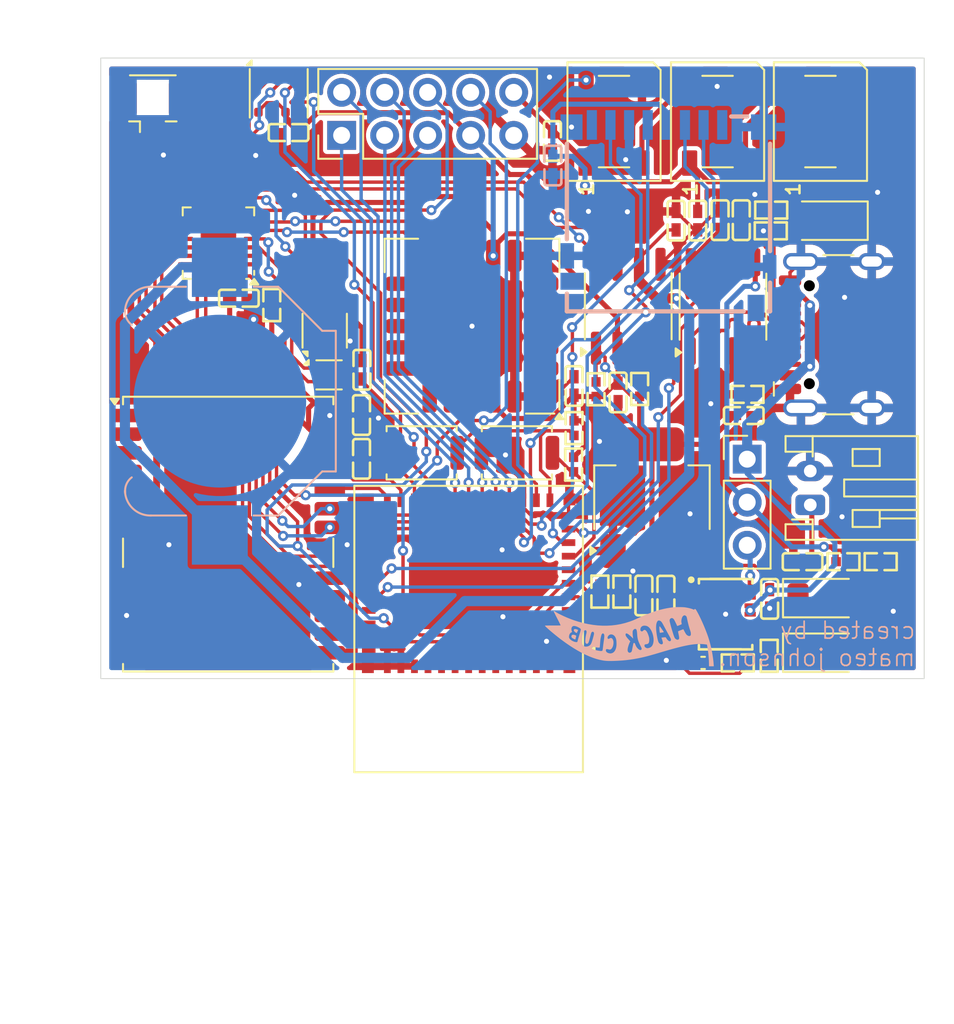
<source format=kicad_pcb>
(kicad_pcb (version 20241229) (generator "pcbnew") (generator_version "9.0")
  (layers (0 "F.Cu" signal) (2 "B.Cu" signal) (13 "F.Paste" user) (15 "B.Paste" user) (5 "F.SilkS" user "F.Silkscreen") (7 "B.SilkS" user "B.Silkscreen") (1 "F.Mask" user) (3 "B.Mask" user) (25 "Edge.Cuts" user))
  (net 0 "")
  (net 1 "Net-(BT1-+)")
  (net 2 "GND")
  (net 3 "+3.3V")
  (net 4 "VBUS")
  (net 5 "+5V")
  (net 6 "/BAT")
  (net 7 "/SCLK")
  (net 9 "/MISO")
  (net 10 "/MOSI")
  (net 14 "Net-(D1-A)")
  (net 15 "Net-(D2-A)")
  (net 16 "Net-(D2-K)")
  (net 17 "Net-(D3-A)")
  (net 18 "Net-(D3-K)")
  (net 19 "Net-(D4-DOUT)")
  (net 20 "/LED")
  (net 21 "Net-(D5-DOUT)")
  (net 23 "/EXT_ANT")
  (net 24 "/USB_D+")
  (net 25 "/USB_D-")
  (net 26 "/BATOUT")
  (net 27 "/CLOCK")
  (net 28 "BOOT")
  (net 29 "EN")
  (net 30 "/SDA")
  (net 31 "/SCL")
  (net 32 "/RESET")
  (net 33 "/TX2")
  (net 34 "/SC2")
  (net 35 "/SD2")
  (net 36 "/RX2")
  (net 37 "/SD3")
  (net 38 "/SC3")
  (net 39 "/SDO")
  (net 40 "/RX1")
  (net 41 "/CSB")
  (net 42 "/SDI")
  (net 43 "/SCK")
  (net 44 "/TX1")
  (net 45 "/SC0")
  (net 46 "/SD0")
  (net 54 "/SC1")
  (net 55 "/SD1")
  (net 58 "Net-(U10-~{RESET})")
  (net 59 "/IO1 ")
  (net 60 "/IO3")
  (net 61 "/IO4")
  (net 62 "/IO2")
  (net 63 "/IO5")
  (net 66 "/SD4")
  (net 67 "/SC4")
  (net 68 "/CD")
  (net 69 "Net-(U2-V3)")
  (net 70 "Net-(U7-TMR)")
  (net 72 "Net-(J1-CC1)")
  (net 73 "Net-(J1-CC2)")
  (net 75 "Net-(U5-~{INT}{slash}SQW)")
  (net 76 "Net-(U7-ICHSET)")
  (net 77 "Net-(U7-NTC)")
  (footprint "10uF:C0402" (layer "F.Cu") (at 178.5499 90.2701 -90)
    (property "Reference" "C9" (hide yes))
    (property "Value" "10uF" (hide yes))
  )
  (footprint "0402:R0402" (layer "F.Cu") (at 166.975 82.3422 -90)
    (property "Reference" "R2" (hide yes))
    (property "Value" "RC0402FR-075K1L (5.1kΩ)" (hide yes))
  )
  (footprint "0402:R0402" (layer "F.Cu") (at 185.1078 88.075 180)
    (property "Reference" "R9" (hide yes))
    (property "Value" "RC0402FR-13220RL (220Ω)" (hide yes))
  )
  (footprint "LED_SMD:LED_WS2812B_PLCC4_5.0x5.0mm_P3.2mm" (layer "F.Cu") (at 175.475 62.1 90)
    (property "Reference" "D5" (hide yes))
    (property "Value" "WS2812B" (hide yes))
  )
  (footprint "10uF:C0402" (layer "F.Cu") (at 172.425 90.0799 -90)
    (property "Reference" "C7" (hide yes))
    (property "Value" "10uF" (hide yes))
  )
  (footprint "10uF:C0402" (layer "F.Cu") (at 174.3 67.9451 90)
    (property "Reference" "C18" (hide yes))
    (property "Value" "100nF" (hide yes))
  )
  (footprint "10uF:C0402" (layer "F.Cu") (at 176.875 67.9201 -90)
    (property "Reference" "C4" (hide yes))
    (property "Value" "100nF" (hide yes))
  )
  (footprint "10uF:C0402" (layer "F.Cu") (at 167 77.7049 -90)
    (property "Reference" "C17" (hide yes))
    (property "Value" "100nF" (hide yes))
  )
  (footprint "0402:R0402" (layer "F.Cu") (at 177.2422 78.2 180)
    (property "Reference" "R3" (hide yes))
    (property "Value" "RC0402FR-075K1L (5.1kΩ)" (hide yes))
  )
  (footprint "0402:R0402" (layer "F.Cu") (at 168.3 77.8984 90)
    (property "Reference" "R10" (hide yes))
    (property "Value" "RC0402FR-075K1L (5.1kΩ)" (hide yes))
  )
  (footprint "0402:R0402" (layer "F.Cu") (at 168.525 89.8422 -90)
    (property "Reference" "R6" (hide yes))
    (property "Value" "RC0402FR-075K1L (5.1kΩ)" (hide yes))
  )
  (footprint "10uF:C0402" (layer "F.Cu") (at 177.0201 79.45)
    (property "Reference" "C8" (hide yes))
    (property "Value" "22uF" (hide yes))
  )
  (footprint "0402:R0402" (layer "F.Cu") (at 176.6672 94.05 180)
    (property "Reference" "R12" (hide yes))
    (property "Value" "RC0402FR-075K1L (5.1kΩ)" (hide yes))
  )
  (footprint "Connector_PinHeader_2.54mm:PinHeader_1x03_P2.54mm_Vertical" (layer "F.Cu") (at 177.225 82.025)
    (property "Reference" "J4" (hide yes))
    (property "Value" "Conn_01x03_Pin" (hide yes))
  )
  (footprint "10uF:C0402" (layer "F.Cu") (at 150.1399 62.75)
    (property "Reference" "C12" (hide yes))
    (property "Value" "100nF" (hide yes))
  )
  (footprint "Capacitor_SMD:C_0402_1005Metric" (layer "F.Cu") (at 174.62 94.05)
    (property "Reference" "C14" (hide yes))
    (property "Value" "470nF" (hide yes))
  )
  (footprint "LED_SMD:LED_1206_3216Metric" (layer "F.Cu") (at 181.625 93.45)
    (property "Reference" "D3" (hide yes))
    (property "Value" "LTST-C150RKT" (hide yes))
  )
  (footprint "10uF:C0402" (layer "F.Cu") (at 165.725 63.2451 90)
    (property "Reference" "C3" (hide yes))
    (property "Value" "100nF")
  )
  (footprint "10uF:C0402" (layer "F.Cu") (at 171.125 90.0701 -90)
    (property "Reference" "C2" (hide yes))
    (property "Value" "100nF" (hide yes))
  )
  (footprint "Connector_JST:JST_PH_S2B-PH-K_1x02_P2.00mm_Horizontal" (layer "F.Cu") (at 180.95 84.725 90)
    (property "Reference" "J5" (hide yes))
    (property "Value" "Conn_01x02_Pin" (hide yes))
  )
  (footprint "LED_SMD:LED_1206_3216Metric" (layer "F.Cu") (at 181.625 90.225)
    (property "Reference" "D2" (hide yes))
    (property "Value" "LTST-C150RKT" (hide yes))
  )
  (footprint "Connector_Coaxial:U.FL_Hirose_U.FL-R-SMT-1_Vertical" (layer "F.Cu") (at 142.125 61.205 90)
    (property "Reference" "J3" (hide yes))
    (property "Value" "U.FL-R-SMT(10)" (hide yes))
  )
  (footprint "0402:R0402" (layer "F.Cu") (at 169.825 89.8422 -90)
    (property "Reference" "R7" (hide yes))
    (property "Value" "RC0402FR-075K1L (5.1kΩ)" (hide yes))
  )
  (footprint "10uF:C0402" (layer "F.Cu") (at 175.625 67.9201 -90)
    (property "Reference" "C5" (hide yes))
    (property "Value" "100nF" (hide yes))
  )
  (footprint "Sensor:Sensirion_SCD4x-1EP_10.1x10.1mm_P1.25mm_EP4.8x4.8mm" (layer "F.Cu") (at 160.975 74.175 180)
    (property "Reference" "U9" (hide yes))
    (property "Value" "SCD41-D-R2" (hide yes))
  )
  (footprint "10uF:C0402" (layer "F.Cu") (at 154.45 82.0049 -90)
    (property "Reference" "C6" (hide yes))
    (property "Value" "100nF" (hide yes))
  )
  (footprint "Package_SO:SOIC-8_3.9x4.9mm_P1.27mm" (layer "F.Cu") (at 170.2 73 90)
    (property "Reference" "U5" (hide yes))
    (property "Value" "DS3231MZ" (hide yes))
  )
  (footprint "OptoDevice:AMS_TSL25911FN" (layer "F.Cu") (at 152.275 74.4425 90)
    (property "Reference" "U11" (hide yes))
    (property "Value" "TSL25911FN" (hide yes))
  )
  (footprint "MP2607DL:MP2607DL" (layer "F.Cu") (at 175.9499 91.175)
    (property "Reference" "U7" (hide yes))
    (property "Value" "MP2607DL-LF-Z" (hide yes))
  )
  (footprint "LED_SMD:LED_WS2812B_PLCC4_5.0x5.0mm_P3.2mm" (layer "F.Cu") (at 181.55 62.1 90)
    (property "Reference" "D6" (hide yes))
    (property "Value" "WS2812B" (hide yes))
  )
  (footprint "Connector_USB:USB_C_Receptacle_HCTL_HC-TYPE-C-16P-01A" (layer "F.Cu") (at 183.5 74.68 90)
    (property "Reference" "J1" (hide yes))
    (property "Value" "USB_C_Receptacle_USB2.0_16P" (hide yes))
  )
  (footprint "10uF:C0402" (layer "F.Cu") (at 169.6 78.0857 -90)
    (property "Reference" "C13" (hide yes))
    (property "Value" "100nF" (hide yes))
  )
  (footprint "0402:R0402" (layer "F.Cu") (at 182.9078 88.075 180)
    (property "Reference" "R8" (hide yes))
    (property "Value" "RC0402FR-13220RL (220Ω)" (hide yes))
  )
  (footprint "0402:R0402" (layer "F.Cu") (at 170.875 77.8828 -90)
    (property "Reference" "R11" (hide yes))
    (property "Value" "RC0402FR-075K1L (5.1kΩ)" (hide yes))
  )
  (footprint "Package_DFN_QFN:Texas_RGE0024C_VQFN-24-1EP_4x4mm_P0.5mm_EP2.1x2.1mm" (layer "F.Cu") (at 146 69.275 180)
    (property "Reference" "U10" (hide yes))
    (property "Value" "TCA9548AMRGER" (hide yes))
  )
  (footprint "0402:R0402" (layer "F.Cu") (at 178.6172 68.55 180)
    (property "Reference" "R5" (hide yes))
    (property "Value" "RC0402FR-075K1L (5.1kΩ)" (hide yes))
  )
  (footprint "Button_Switch_SMD:SW_Push_SPST_NO_Alps_SKRK" (layer "F.Cu") (at 158 81.65)
    (property "Reference" "SW1" (hide yes))
    (property "Value" "SKRKAGE020" (hide yes))
  )
  (footprint "0402:R0402" (layer "F.Cu") (at 149.15 72.9328 -90)
    (property "Reference" "R14" (hide yes))
    (property "Value" "10k" (hide yes))
  )
  (footprint "0402:R0402" (layer "F.Cu") (at 167 80.1922 -90)
    (property "Reference" "R1" (hide yes))
    (property "Value" "RC0402FR-075K1L (5.1kΩ)" (hide yes))
  )
  (footprint "Package_SO:SOP-8_3.9x4.9mm_P1.27mm" (layer "F.Cu") (at 175.795 73.025 90)
    (property "Reference" "U2" (hide yes))
    (property "Value" "CH340N" (hide yes))
  )
  (footprint "10uF:C0402" (layer "F.Cu") (at 154.45 79.4201 90)
    (property "Reference" "C15" (hide yes))
    (property "Value" "100nF" (hide yes))
  )
  (footprint "RF_GPS:ublox_NEO" (layer "F.Cu") (at 146.575 86.45)
    (property "Reference" "U3" (hide yes))
    (property "Value" "NEO-M8N" (hide yes))
  )
  (footprint "Package_TO_SOT_SMD:SOT-223-3_TabPin2" (layer "F.Cu") (at 171.6 84.3 90)
    (property "Reference" "U4" (hide yes))
    (property "Value" "NCP1117-3.3_SOT223" (hide yes))
  )
  (footprint "LED_SMD:LED_WS2812B_PLCC4_5.0x5.0mm_P3.2mm" (layer "F.Cu") (at 169.36 62.1 90)
    (property "Reference" "D4" (hide yes))
    (property "Value" "WS2812B" (hide yes))
  )
  (footprint "Connector_PinHeader_2.54mm:PinHeader_2x05_P2.54mm_Vertical" (layer "F.Cu") (at 153.275 62.915 90)
    (property "Reference" "J2" (hide yes))
    (property "Value" "Conn_02x05_Odd_Even" (hide yes))
  )
  (footprint "RF_Module:ESP32-C6-MINI-1" (layer "F.Cu") (at 160.775 89.35 180)
    (property "Reference" "U1" (hide yes))
    (property "Value" "ESP32-C6-MINI-1" (hide yes))
  )
  (footprint "0402:R0402" (layer "F.Cu") (at 178.525 93.6328 -90)
    (property "Reference" "R13" (hide yes))
    (property "Value" "10k" (hide yes))
  )
  (footprint "10uF:C0402" (layer "F.Cu") (at 180.4951 88.075 180)
    (property "Reference" "C16" (hide yes))
    (property "Value" "100nF" (hide yes))
  )
  (footprint "0402:R0402" (layer "F.Cu") (at 178.6422 67.325)
    (property "Reference" "R4" (hide yes))
    (property "Value" "RC0402FR-13220RL (220Ω)" (hide yes))
  )
  (footprint "Package_LGA:Bosch_LGA-8_3x3mm_P0.8mm_ClockwisePinNumbering" (layer "F.Cu") (at 149.56 60.3625)
    (property "Reference" "U6" (hide yes))
    (property "Value" "BME680" (hide yes))
  )
  (footprint "Button_Switch_SMD:SW_Push_SPST_NO_Alps_SKRK" (layer "F.Cu") (at 163.625 81.65 180)
    (property "Reference" "SW2" (hide yes))
    (property "Value" "SKRKAGE020" (hide yes))
  )
  (footprint "LED_SMD:LED_1206_3216Metric" (layer "F.Cu") (at 182.0578 67.95 180)
    (property "Reference" "D1" (hide yes))
    (property "Value" "LTST-C150RKT" (hide yes))
  )
  (footprint "Sensor_Humidity:Sensirion_DFN-4_1.5x1.5mm_P0.8mm_SHT4x_NoCentralPad" (layer "F.Cu") (at 152.5325 77.05)
    (property "Reference" "U8" (hide yes))
    (property "Value" "SHT4x" (hide yes))
  )
  (footprint "10uF:C0402" (layer "F.Cu") (at 173.025 67.95 90)
    (property "Reference" "C10" (hide yes))
    (property "Value" "100nF" (hide yes))
  )
  (footprint "10uF:C0402" (layer "F.Cu") (at 147.2076 72.525 180)
    (property "Reference" "C19" (hide yes))
    (property "Value" "100nF" (hide yes))
  )
  (footprint "10uF:C0402" (layer "F.Cu") (at 154.475 76.75 90)
    (property "Reference" "C20" (hide yes))
    (property "Value" "100nF" (hide yes))
  )
  (footprint "DM3D:TF-SMD_DM3D-SF" (layer "B.Cu") (at 172.575 67.7)
    (property "Reference" "Card1" (hide yes))
    (property "Value" "DM3D-SF" (hide yes))
  )
  (footprint "Battery:BatteryHolder_Keystone_3000_1x12mm" (layer "B.Cu") (at 146.08 78.6 90)
    (property "Reference" "BT1" (hide yes))
    (property "Value" "Battery_Cell" (hide yes))
  )
  (footprint "LOGO" (layer "B.Cu") (at 170.25 92.5 180)
    (property "Reference" "G***" (hide yes))
    (property "Value" "LOGO" (hide yes))
  )
  (footprint "10uF:C0402" (layer "B.Cu") (at 165.75 64.6951 -90)
    (property "Reference" "C1" (hide yes))
    (property "Value" "100nF" (hide yes))
  )
  (gr_rect (start 139.05 58.35) (end 187.675 94.975) (stroke (width 0.05)) (fill no) (layer "Edge.Cuts"))
  (gr_text "created by \nmateo johnson." (at 187.225 94.325 0) (layer "B.SilkS") (effects (font (size 1 1) (thickness 0.1)) (justify left bottom mirror)))
  (segment (start 172.517932 68.4951) (end 170.835 70.178032) (width 0.2) (layer "F.Cu") (net 1))
  (segment (start 170.835 70.178032) (end 170.835 70.525) (width 0.2) (layer "F.Cu") (net 1))
  (segment (start 170.835 71.499999) (end 170.835 70.525) (width 0.6) (layer "F.Cu") (net 1))
  (segment (start 171.870766 72.535765) (end 170.835 71.499999) (width 0.6) (layer "F.Cu") (net 1))
  (segment (start 173.025 68.4951) (end 172.517932 68.4951) (width 0.2) (layer "F.Cu") (net 1))
  (segment (start 173.05 72.535765) (end 171.870766 72.535765) (width 0.6) (layer "F.Cu") (net 1))
  (via (at 173.05 72.535765) (size 0.6) (drill 0.3) (layers "F.Cu" "B.Cu") (net 1))
  (segment (start 140.479 80.920011) (end 140.479 74.051) (width 0.6) (layer "B.Cu") (net 1))
  (segment (start 173.8 82.899942) (end 173.8 73.285765) (width 0.6) (layer "B.Cu") (net 1))
  (segment (start 166.299971 90.399971) (end 173.8 82.899942) (width 0.6) (layer "B.Cu") (net 1))
  (segment (start 146.08 86.5) (end 146.058989 86.5) (width 0.6) (layer "B.Cu") (net 1))
  (segment (start 143.83 70.7) (end 146.08 70.7) (width 0.6) (layer "B.Cu") (net 1))
  (segment (start 157.199 93.751) (end 160.550029 90.399971) (width 0.6) (layer "B.Cu") (net 1))
  (segment (start 153.331 93.751) (end 157.199 93.751) (width 0.6) (layer "B.Cu") (net 1))
  (segment (start 160.550029 90.399971) (end 166.299971 90.399971) (width 0.6) (layer "B.Cu") (net 1))
  (segment (start 173.8 73.285765) (end 173.05 72.535765) (width 0.6) (layer "B.Cu") (net 1))
  (segment (start 140.479 74.051) (end 143.83 70.7) (width 0.6) (layer "B.Cu") (net 1))
  (segment (start 146.058989 86.5) (end 140.479 80.920011) (width 0.6) (layer "B.Cu") (net 1))
  (segment (start 146.08 86.5) (end 153.331 93.751) (width 0.6) (layer "B.Cu") (net 1))
  (segment (start 179.755 71) (end 180.395 70.36) (width 0.2) (layer "F.Cu") (net 2))
  (segment (start 178.5499 90.8152) (end 178.5499 90.8249) (width 0.2) (layer "F.Cu") (net 2))
  (segment (start 167 77.1598) (end 165.8348 78.325) (width 0.2) (layer "F.Cu") (net 2))
  (segment (start 175.625 67.375) (end 175.4152 67.375) (width 0.2) (layer "F.Cu") (net 2))
  (segment (start 176.3354 93.479) (end 177.64915 93.479) (width 0.2) (layer "F.Cu") (net 2))
  (segment (start 178.5499 90.8249) (end 178.55 90.825) (width 0.2) (layer "F.Cu") (net 2))
  (segment (start 148.36 59.175) (end 148.285 59.175) (width 0.2) (layer "F.Cu") (net 2))
  (segment (start 164.473 85.35) (end 163.975 84.852) (width 0.2) (layer "F.Cu") (net 2))
  (segment (start 171.125 89.275) (end 171.125 89.525) (width 0.2) (layer "F.Cu") (net 2))
  (segment (start 179.755 71.48) (end 179.755 71) (width 0.2) (layer "F.Cu") (net 2))
  (segment (start 175.1 94.00174) (end 174.4998 93.40154) (width 0.3) (layer "F.Cu") (net 2))
  (segment (start 155.9 78.84515) (end 155.9 81.65) (width 0.2) (layer "F.Cu") (net 2))
  (segment (start 146.25 67.3375) (end 146.25 66.817102) (width 0.2) (layer "F.Cu") (net 2))
  (segment (start 154.475 77.42015) (end 155.9 78.84515) (width 0.2) (layer "F.Cu") (net 2))
  (segment (start 166.675 85.35) (end 166.675 84.45) (width 0.2) (layer "F.Cu") (net 2))
  (segment (start 146.930602 66.1365) (end 150.1865 66.1365) (width 0.2) (layer "F.Cu") (net 2))
  (segment (start 154.475 77.2951) (end 154.475 77.42015) (width 0.2) (layer "F.Cu") (net 2))
  (segment (start 165.8348 78.325) (end 163.475 78.325) (width 0.2) (layer "F.Cu") (net 2))
  (segment (start 174.3 68.4902) (end 174.1103 68.4902) (width 0.2) (layer "F.Cu") (net 2))
  (segment (start 177.64915 93.479) (end 178.23575 94.0656) (width 0.2) (layer "F.Cu") (net 2))
  (segment (start 149.16 61.55) (end 149.16 62.3152) (width 0.2) (layer "F.Cu") (net 2))
  (segment (start 150.1865 66.1365) (end 150.5 66.45) (width 0.2) (layer "F.Cu") (net 2))
  (segment (start 175.1 94.05) (end 175.1 94.00174) (width 0.3) (layer "F.Cu") (net 2))
  (segment (start 170.475 88.625) (end 171.125 89.275) (width 0.2) (layer "F.Cu") (net 2))
  (segment (start 153.3835 76.541836) (end 153.3835 75.5385) (width 0.2) (layer "F.Cu") (net 2))
  (segment (start 153.3835 75.5385) (end 152.925 75.08) (width 0.2) (layer "F.Cu") (net 2))
  (segment (start 153.2325 76.65) (end 153.275336 76.65) (width 0.2) (layer "F.Cu") (net 2))
  (segment (start 172.105 70.525) (end 174.1398 68.4902) (width 0.2) (layer "F.Cu") (net 2))
  (segment (start 174.4998 93.40154) (end 174.4998 92.1749) (width 0.3) (layer "F.Cu") (net 2))
  (segment (start 178.23575 94.0656) (end 178.525 94.0656) (width 0.2) (layer "F.Cu") (net 2))
  (segment (start 169.3 87.45) (end 170.475 88.625) (width 0.2) (layer "F.Cu") (net 2))
  (segment (start 166.675 84.45) (end 166.725 84.4) (width 0.2) (layer "F.Cu") (net 2))
  (segment (start 149.16 62.3152) (end 149.5948 62.75) (width 0.2) (layer "F.Cu") (net 2))
  (segment (start 171.0094 89.4094) (end 171.125 89.525) (width 0.2) (layer "F.Cu") (net 2))
  (segment (start 163.975 84.852) (end 163.975 84.45) (width 0.2) (layer "F.Cu") (net 2))
  (segment (start 153.275336 76.65) (end 153.3835 76.541836) (width 0.2) (layer "F.Cu") (net 2))
  (segment (start 174.9499 92.1749) (end 175.9499 91.1749) (width 0.2) (layer "F.Cu") (net 2))
  (segment (start 174.1103 68.4902) (end 173.025 67.4049) (width 0.2) (layer "F.Cu") (net 2))
  (segment (start 146.25 66.817102) (end 146.930602 66.1365) (width 0.2) (layer "F.Cu") (net 2))
  (segment (start 176.875 67.375) (end 175.625 67.375) (width 0.2) (layer "F.Cu") (net 2))
  (segment (start 166.675 85.35) (end 164.473 85.35) (width 0.2) (layer "F.Cu") (net 2))
  (segment (start 176.2344 93.58) (end 176.3354 93.479) (width 0.2) (layer "F.Cu") (net 2))
  (segment (start 176.2344 94.05) (end 176.2344 93.58) (width 0.2) (layer "F.Cu") (net 2))
  (segment (start 174.1398 68.4902) (end 174.3 68.4902) (width 0.2) (layer "F.Cu") (net 2))
  (segment (start 174.4998 92.1749) (end 174.9499 92.1749) (width 0.2) (layer "F.Cu") (net 2))
  (segment (start 175.4152 67.375) (end 174.3 68.4902) (width 0.2) (layer "F.Cu") (net 2))
  (segment (start 162.75 91.325) (end 162.8 91.325) (width 0.2) (layer "F.Cu") (net 2))
  (via (at 185.85 91) (size 0.6) (drill 0.3) (layers "F.Cu" "B.Cu") (net 2))
  (via (at 162.95 81.775) (size 0.6) (drill 0.3) (layers "F.Cu" "B.Cu") (net 2))
  (via (at 175.9499 91.1749) (size 0.6) (drill 0.3) (layers "F.Cu" "B.Cu") (net 2))
  (via (at 170.05 64.35) (size 0.6) (drill 0.3) (layers "F.Cu" "B.Cu") (net 2))
  (via (at 178.1844 68.55) (size 0.6) (drill 0.3) (layers "F.Cu" "B.Cu") (net 2))
  (via (at 153.6 87.075) (size 0.6) (drill 0.3) (layers "F.Cu" "B.Cu") (net 2))
  (via (at 170.475 88.625) (size 0.6) (drill 0.3) (layers "F.Cu" "B.Cu") (net 2))
  (via (at 162.75 87.375) (size 0.6) (drill 0.3) (layers "F.Cu" "B.Cu") (net 2))
  (via (at 173.85 85.25) (size 0.6) (drill 0.3) (layers "F.Cu" "B.Cu") (net 2))
  (via (at 182.825 85.425) (size 0.6) (drill 0.3) (layers "F.Cu" "B.Cu") (net 2))
  (via (at 177.675 66.4) (size 0.6) (drill 0.3) (layers "F.Cu" "B.Cu") (net 2))
  (via (at 166.8501 62.4252) (size 0.6) (drill 0.3) (layers "F.Cu" "B.Cu") (net 2))
  (via (at 150.75 89.425) (size 0.6) (drill 0.3) (layers "F.Cu" "B.Cu") (net 2))
  (via (at 142.75 64.075) (size 0.6) (drill 0.3) (layers "F.Cu" "B.Cu") (net 2))
  (via (at 182.975 72.475) (size 0.6) (drill 0.3) (layers "F.Cu" "B.Cu") (net 2))
  (via (at 172.45 93.9) (size 0.6) (drill 0.3) (layers "F.Cu" "B.Cu") (net 2))
  (via (at 155.45 79.6) (size 0.6) (drill 0.3) (layers "F.Cu" "B.Cu") (net 2))
  (via (at 165.375 92.775) (size 0.6) (drill 0.3) (layers "F.Cu" "B.Cu") (net 2))
  (via (at 143.075 87.075) (size 0.6) (drill 0.3) (layers "F.Cu" "B.Cu") (net 2))
  (via (at 165.55 59.475) (size 0.6) (drill 0.3) (layers "F.Cu" "B.Cu") (net 2))
  (via (at 152.575 79.45) (size 0.6) (drill 0.3) (layers "F.Cu" "B.Cu") (net 2))
  (via (at 162.8 91.325) (size 0.6) (drill 0.3) (layers "F.Cu" "B.Cu") (net 2))
  (via (at 160.975 74.175) (size 0.6) (drill 0.3) (layers "F.Cu" "B.Cu") (net 2))
  (via (at 175.075 78.75) (size 0.6) (drill 0.3) (layers "F.Cu" "B.Cu") (net 2))
  (via (at 170.15 67.425) (size 0.6) (drill 0.3) (layers "F.Cu" "B.Cu") (net 2))
  (via (at 140.575 91.25) (size 0.6) (drill 0.3) (layers "F.Cu" "B.Cu") (net 2))
  (via (at 148.2 64.1) (size 0.6) (drill 0.3) (layers "F.Cu" "B.Cu") (net 2))
  (via (at 150.5 66.45) (size 0.6) (drill 0.3) (layers "F.Cu" "B.Cu") (net 2))
  (via (at 178.55 90.825) (size 0.6) (drill 0.3) (layers "F.Cu" "B.Cu") (net 2))
  (via (at 175.45 60.025) (size 0.6) (drill 0.3) (layers "F.Cu" "B.Cu") (net 2))
  (via (at 153.775 75.05) (size 0.6) (drill 0.3) (layers "F.Cu" "B.Cu") (net 2))
  (via (at 167.85 67.4) (size 0.6) (drill 0.3) (layers "F.Cu" "B.Cu") (net 2))
  (via (at 184.925 66.275) (size 0.6) (drill 0.3) (layers "F.Cu" "B.Cu") (net 2))
  (via (at 168.5 80.975) (size 0.6) (drill 0.3) (layers "F.Cu" "B.Cu") (net 2))
  (via (at 148.075 73.775) (size 0.6) (drill 0.3) (layers "F.Cu" "B.Cu") (net 2))
  (segment (start 163.776 83.051) (end 163.776 86.349) (width 0.2) (layer "B.Cu") (net 2))
  (segment (start 162.95 81.775) (end 162.95 82.225) (width 0.2) (layer "B.Cu") (net 2))
  (segment (start 163.776 86.349) (end 162.75 87.375) (width 0.2) (layer "B.Cu") (net 2))
  (segment (start 162.95 82.225) (end 163.776 83.051) (width 0.2) (layer "B.Cu") (net 2))
  (segment (start 150.685 62.75) (end 151.859 61.576) (width 0.3) (layer "F.Cu") (net 3))
  (segment (start 154.324 78.749) (end 154.45 78.875) (width 0.2) (layer "F.Cu") (net 3))
  (segment (start 163.023202 68.724) (end 162.225 69.522202) (width 0.3) (layer "F.Cu") (net 3))
  (segment (start 167 79.7594) (end 167.38925 79.7594) (width 0.3) (layer "F.Cu") (net 3))
  (segment (start 151.582002 67.675) (end 152.383002 66.874) (width 0.3) (layer "F.Cu") (net 3))
  (segment (start 153.829 82.20585) (end 154.17315 82.55) (width 0.3) (layer "F.Cu") (net 3))
  (segment (start 153.829 80.904) (end 153.829 82.20585) (width 0.3) (layer "F.Cu") (net 3))
  (segment (start 150.685 62.75) (end 150.685 62.537499) (width 0.3) (layer "F.Cu") (net 3))
  (segment (start 169.825 89.4094) (end 168.525 89.4094) (width 0.3) (layer "F.Cu") (net 3))
  (segment (start 151.582002 69.902092) (end 151.582002 67.675) (width 0.3) (layer "F.Cu") (net 3))
  (segment (start 146.25 72.1125) (end 146.6625 72.525) (width 0.2) (layer "F.Cu") (net 3))
  (segment (start 154.17315 82.55) (end 154.45 82.55) (width 0.3) (layer "F.Cu") (net 3))
  (segment (start 146.25 71.2125) (end 146.25 72.1125) (width 0.2) (layer "F.Cu") (net 3))
  (segment (start 164.21181 65.224) (end 165.86281 66.875) (width 0.3) (layer "F.Cu") (net 3))
  (segment (start 157.853 66.874) (end 158.2 66.527) (width 0.3) (layer "F.Cu") (net 3))
  (segment (start 170.875 78.3156) (end 170.46775 78.3156) (width 0.3) (layer "F.Cu") (net 3))
  (segment (start 171.125 90.6152) (end 169.9902 91.75) (width 0.2) (layer "F.Cu") (net 3))
  (segment (start 154.45 78.875) (end 154.274 78.699) (width 0.3) (layer "F.Cu") (net 3))
  (segment (start 171.6 81.15) (end 174.775 81.15) (width 0.3) (layer "F.Cu") (net 3))
  (segment (start 170.875 80.425) (end 170.875 78.3156) (width 0.3) (layer "F.Cu") (net 3))
  (segment (start 167.38925 79.7594) (end 167.621 79.99115) (width 0.3) (layer "F.Cu") (net 3))
  (segment (start 160.202 66.527) (end 162.225 68.55) (width 0.3) (layer "F.Cu") (net 3))
  (segment (start 153.5 77.45) (end 153.2325 77.45) (width 0.2) (layer "F.Cu") (net 3))
  (segment (start 170.504 90.27105) (end 170.84815 90.6152) (width 0.3) (layer "F.Cu") (net 3))
  (segment (start 171.6 81.15) (end 171.6 87.45) (width 0.3) (layer "F.Cu") (net 3))
  (segment (start 167.621 79.99115) (end 167.621 81.2634) (width 0.3) (layer "F.Cu") (net 3))
  (segment (start 153.45 77.45) (end 154.45 78.45) (width 0.3) (layer "F.Cu") (net 3))
  (segment (start 154.45 78.45) (end 154.45 78.875) (width 0.3) (layer "F.Cu") (net 3))
  (segment (start 148.36 61.481582) (end 148.36 61.55) (width 0.2) (layer "F.Cu") (net 3))
  (segment (start 153.2325 77.45) (end 153.45 77.45) (width 0.3) (layer "F.Cu") (net 3))
  (segment (start 162.225 68.55) (end 162.225 70.025) (width 0.3) (layer "F.Cu") (net 3))
  (segment (start 151.859 61.576) (end 159.556 61.576) (width 0.3) (layer "F.Cu") (net 3))
  (segment (start 165.624 79.626) (end 163.023202 79.626) (width 0.3) (layer "F.Cu") (net 3))
  (segment (start 151.324 79.016226) (end 151.324 80.199) (width 0.3) (layer "F.Cu") (net 3))
  (segment (start 169.565 73.69) (end 164.599 68.724) (width 0.3) (layer "F.Cu") (net 3))
  (segment (start 171.6 81.15) (end 170.875 80.425) (width 0.3) (layer "F.Cu") (net 3))
  (segment (start 154.274 78.699) (end 151.641226 78.699) (width 0.3) (layer "F.Cu") (net 3))
  (segment (start 154.475 74.276918) (end 154.475 76.2049) (width 0.3) (layer "F.Cu") (net 3))
  (segment (start 154.475 76.2049) (end 154.1701 76.2049) (width 0.2) (layer "F.Cu") (net 3))
  (segment (start 152.635418 73.0165) (end 153.214582 73.0165) (width 0.3) (layer "F.Cu") (net 3))
  (segment (start 152.275 73.805) (end 152.275 70.59509) (width 0.3) (layer "F.Cu") (net 3))
  (segment (start 171.125 90.6152) (end 171.40185 90.6152) (width 0.3) (layer "F.Cu") (net 3))
  (segment (start 149.96 61.812499) (end 149.96 61.55) (width 0.3) (layer "F.Cu") (net 3))
  (segment (start 168.66665 78.3312) (end 168.3 78.3312) (width 0.3) (layer "F.Cu") (net 3))
  (segment (start 148.855082 60.9865) (end 148.36 61.481582) (width 0.2) (layer "F.Cu") (net 3))
  (segment (start 153.875 77.075) (end 153.5 77.45) (width 0.2) (layer "F.Cu") (net 3))
  (segment (start 154.1701 76.2049) (end 153.875 76.5) (width 0.2) (layer "F.Cu") (net 3))
  (segment (start 153.475 80.55) (end 153.829 80.904) (width 0.3) (layer "F.Cu") (net 3))
  (segment (start 165.86281 66.875) (end 167.125 66.875) (width 0.3) (layer "F.Cu") (net 3))
  (segment (start 160.895 62.915) (end 163.204 65.224) (width 0.3) (layer "F.Cu") (net 3))
  (segment (start 149.96 62.025) (end 150.685 62.75) (width 0.2) (layer "F.Cu") (net 3))
  (segment (start 149.464918 60.9865) (end 148.855082 60.9865) (width 0.2) (layer "F.Cu") (net 3))
  (segment (start 169.6 77.5406) (end 169.6 75.51) (width 0.3) (layer "F.Cu") (net 3))
  (segment (start 159.556 61.576) (end 160.895 62.915) (width 0.3) (layer "F.Cu") (net 3))
  (segment (start 152.383002 66.874) (end 157.853 66.874) (width 0.3) (layer "F.Cu") (net 3))
  (segment (start 169.69275 77.5406) (end 169.6 77.5406) (width 0.3) (layer "F.Cu") (net 3))
  (segment (start 169.45725 77.5406) (end 168.66665 78.3312) (width 0.3) (layer "F.Cu") (net 3))
  (segment (start 170.84815 90.6152) (end 171.125 90.6152) (width 0.3) (layer "F.Cu") (net 3))
  (segment (start 152.275 70.59509) (end 151.582002 69.902092) (width 0.3) (layer "F.Cu") (net 3))
  (segment (start 168.3 78.3312) (end 167.0812 78.3312) (width 0.3) (layer "F.Cu") (net 3))
  (segment (start 152.275 73.376918) (end 152.635418 73.0165) (width 0.3) (layer "F.Cu") (net 3))
  (segment (start 150.685 62.537499) (end 149.96 61.812499) (width 0.3) (layer "F.Cu") (net 3))
  (segment (start 163.023202 79.626) (end 162.225 78.827798) (width 0.3) (layer "F.Cu") (net 3))
  (segment (start 170.46775 78.3156) (end 169.69275 77.5406) (width 0.3) (layer "F.Cu") (net 3))
  (segment (start 153.875 76.5) (end 153.875 77.075) (width 0.2) (layer "F.Cu") (net 3))
  (segment (start 169.825 89.4094) (end 170.11425 89.4094) (width 0.3) (layer "F.Cu") (net 3))
  (segment (start 167.0812 78.3312) (end 167 78.25) (width 0.3) (layer "F.Cu") (net 3))
  (segment (start 170.11425 89.4094) (end 170.504 89.79915) (width 0.3) (layer "F.Cu") (net 3))
  (segment (start 163.204 65.224) (end 164.21181 65.224) (width 0.3) (layer "F.Cu") (net 3))
  (segment (start 151.324 80.199) (end 149.881 78.756) (width 0.3) (layer "F.Cu") (net 3))
  (segment (start 167 78.25) (end 165.624 79.626) (width 0.3) (layer "F.Cu") (net 3))
  (segment (start 152.575 80.55) (end 152.060936 80.55) (width 0.2) (layer "F.Cu") (net 3))
  (segment (start 146.6625 75.14969) (end 146.6625 72.525) (width 0.3) (layer "F.Cu") (net 3))
  (segment (start 174.775 81.15) (end 176.475 79.45) (width 0.3) (layer "F.Cu") (net 3))
  (segment (start 149.881 78.756) (end 149.881 78.36819) (width 0.3) (layer "F.Cu") (net 3))
  (segment (start 171.746 87.596) (end 171.6 87.45) (width 0.3) (layer "F.Cu") (net 3))
  (segment (start 145.75 71.2125) (end 146.25 71.2125) (width 0.2) (layer "F.Cu") (net 3))
  (segment (start 167.125 66.875) (end 167.65 66.35) (width 0.3) (layer "F.Cu") (net 3))
  (segment (start 158.2 66.527) (end 160.202 66.527) (width 0.3) (layer "F.Cu") (net 3))
  (segment (start 167.621 81.2634) (end 166.975 81.9094) (width 0.3) (layer "F.Cu") (net 3))
  (segment (start 151.641226 78.699) (end 151.324 79.016226) (width 0.3) (layer "F.Cu") (net 3))
  (segment (start 151.324 80.199) (end 151.675 80.55) (width 0.3) (layer "F.Cu") (net 3))
  (segment (start 162.225 69.522202) (end 162.225 70.025) (width 0.3) (layer "F.Cu") (net 3))
  (segment (start 149.96 61.55) (end 149.96 62.025) (width 0.2) (layer "F.Cu") (net 3))
  (segment (start 169.9902 91.75) (end 166.675 91.75) (width 0.2) (layer "F.Cu") (net 3))
  (segment (start 169.6 75.51) (end 169.565 75.475) (width 0.3) (layer "F.Cu") (net 3))
  (segment (start 151.675 80.55) (end 152.575 80.55) (width 0.3) (layer "F.Cu") (net 3))
  (segment (start 169.6 77.5406) (end 169.45725 77.5406) (width 0.3) (layer "F.Cu") (net 3))
  (segment (start 152.275 73.805) (end 152.275 73.376918) (width 0.3) (layer "F.Cu") (net 3))
  (segment (start 149.96 61.481582) (end 149.464918 60.9865) (width 0.2) (layer "F.Cu") (net 3))
  (segment (start 152.575 80.55) (end 153.475 80.55) (width 0.3) (layer "F.Cu") (net 3))
  (segment (start 169.565 75.475) (end 169.565 73.69) (width 0.3) (layer "F.Cu") (net 3))
  (segment (start 171.746 90.27105) (end 171.746 87.596) (width 0.3) (layer "F.Cu") (net 3))
  (segment (start 149.96 61.55) (end 149.96 61.481582) (width 0.2) (layer "F.Cu") (net 3))
  (segment (start 167 78.25) (end 167 79.7594) (width 0.3) (layer "F.Cu") (net 3))
  (segment (start 149.15 76.207774) (end 149.15 73.3656) (width 0.3) (layer "F.Cu") (net 3))
  (segment (start 171.40185 90.6152) (end 171.746 90.27105) (width 0.3) (layer "F.Cu") (net 3))
  (segment (start 151.641226 78.699) (end 149.15 76.207774) (width 0.3) (layer "F.Cu") (net 3))
  (segment (start 164.599 68.724) (end 163.023202 68.724) (width 0.3) (layer "F.Cu") (net 3))
  (segment (start 149.881 78.36819) (end 146.6625 75.14969) (width 0.3) (layer "F.Cu") (net 3))
  (segment (start 162.225 78.827798) (end 162.225 78.325) (width 0.3) (layer "F.Cu") (net 3))
  (segment (start 167.65 66.35) (end 167.65 65.875) (width 0.3) (layer "F.Cu") (net 3))
  (segment (start 153.214582 73.0165) (end 154.475 74.276918) (width 0.3) (layer "F.Cu") (net 3))
  (segment (start 162.1 69.9) (end 162.1 69.592914) (width 0.2) (layer "F.Cu") (net 3))
  (segment (start 162.1 78.757086) (end 162.1 78.325) (width 0.2) (layer "F.Cu") (net 3))
  (segment (start 170.504 89.79915) (end 170.504 90.27105) (width 0.3) (layer "F.Cu") (net 3))
  (segment (start 162.225 70.025) (end 162.1 69.9) (width 0.2) (layer "F.Cu") (net 3))
  (via (at 162.225 70.025) (size 0.6) (drill 0.3) (layers "F.Cu" "B.Cu") (net 3))
  (via (at 167.65 65.875) (size 0.6) (drill 0.3) (layers "F.Cu" "B.Cu") (net 3))
  (segment (start 165.75 64.15) (end 166.9 64.15) (width 0.3) (layer "B.Cu") (net 3))
  (segment (start 162.225 64.245) (end 160.895 62.915) (width 0.3) (layer "B.Cu") (net 3))
  (segment (start 165.75 61.5233) (end 166.1993 61.074) (width 0.3) (layer "B.Cu") (net 3))
  (segment (start 165.75 64.15) (end 165.75 61.5233) (width 0.3) (layer "B.Cu") (net 3))
  (segment (start 172.001 61.074) (end 172.45 61.523) (width 0.3) (layer "B.Cu") (net 3))
  (segment (start 172.45 61.523) (end 172.45 62.3) (width 0.3) (layer "B.Cu") (net 3))
  (segment (start 166.9 64.15) (end 167.65 64.9) (width 0.3) (layer "B.Cu") (net 3))
  (segment (start 167.65 64.9) (end 167.65 65.875) (width 0.3) (layer "B.Cu") (net 3))
  (segment (start 162.225 70.025) (end 162.225 64.245) (width 0.3) (layer "B.Cu") (net 3))
  (segment (start 166.1993 61.074) (end 172.001 61.074) (width 0.3) (layer "B.Cu") (net 3))
  (segment (start 172.45 62.977) (end 172.45 62.3) (width 0.2) (layer "B.Cu") (net 3))
  (segment (start 178.799 65.651) (end 179.9 64.55) (width 0.3) (layer "F.Cu") (net 4))
  (segment (start 163.435 60.375) (end 165.725 62.665) (width 0.3) (layer "F.Cu") (net 4))
  (segment (start 178.849 66.2154) (end 178.2094 66.855) (width 0.3) (layer "F.Cu") (net 4))
  (segment (start 172.425 88.925) (end 173.9 87.45) (width 0.2) (layer "F.Cu") (net 4))
  (segment (start 167.71 64.55) (end 168.811 65.651) (width 0.3) (layer "F.Cu") (net 4))
  (segment (start 174.926 65.651) (end 178.799 65.651) (width 0.3) (layer "F.Cu") (net 4))
  (segment (start 182.175 87.2) (end 182.475 87.5) (width 0.3) (layer "F.Cu") (net 4))
  (segment (start 177.7 70.4) (end 177.7 69.475) (width 0.3) (layer "F.Cu") (net 4))
  (segment (start 178.849 66.2154) (end 178.849 65.701) (width 0.3) (layer "F.Cu") (net 4))
  (segment (start 174.275 89.1) (end 175.7 87.675) (width 0.2) (layer "F.Cu") (net 4))
  (segment (start 165.725 62.7) (end 165.86 62.7) (width 0.3) (layer "F.Cu") (net 4))
  (segment (start 182.475 87.5) (end 182.475 88.075) (width 0.3) (layer "F.Cu") (net 4))
  (segment (start 172.724 65.651) (end 173.825 64.55) (width 0.3) (layer "F.Cu") (net 4))
  (segment (start 172.425 89.5348) (end 172.425 88.925) (width 0.2) (layer "F.Cu") (net 4))
  (segment (start 175.7 87.675) (end 175.7 86.09) (width 0.2) (layer "F.Cu") (net 4))
  (segment (start 174.3 67.4) (end 174.3 65.025) (width 0.3) (layer "F.Cu") (net 4))
  (segment (start 165.725 62.665) (end 165.725 62.7) (width 0.3) (layer "F.Cu") (net 4))
  (segment (start 181.75 87.2) (end 182.175 87.2) (width 0.3) (layer "F.Cu") (net 4))
  (segment (start 174.3 65.025) (end 173.825 64.55) (width 0.3) (layer "F.Cu") (net 4))
  (segment (start 173.825 64.55) (end 174.926 65.651) (width 0.3) (layer "F.Cu") (net 4))
  (segment (start 172.8598 89.1) (end 174.275 89.1) (width 0.2) (layer "F.Cu") (net 4))
  (segment (start 168.811 65.651) (end 172.724 65.651) (width 0.3) (layer "F.Cu") (net 4))
  (segment (start 178.2094 66.855) (end 178.2094 67.325) (width 0.3) (layer "F.Cu") (net 4))
  (segment (start 176.775 68.55) (end 176.9844 68.55) (width 0.3) (layer "F.Cu") (net 4))
  (segment (start 184.054 87.454) (end 184.675 88.075) (width 0.3) (layer "F.Cu") (net 4))
  (segment (start 176.9844 68.55) (end 178.2094 67.325) (width 0.3) (layer "F.Cu") (net 4))
  (segment (start 175.7 86.09) (end 177.225 84.565) (width 0.2) (layer "F.Cu") (net 4))
  (segment (start 182.475 87.605) (end 182.626 87.454) (width 0.3) (layer "F.Cu") (net 4))
  (segment (start 182.626 87.454) (end 184.054 87.454) (width 0.3) (layer "F.Cu") (net 4))
  (segment (start 172.425 89.5348) (end 172.8598 89.1) (width 0.2) (layer "F.Cu") (net 4))
  (segment (start 165.86 62.7) (end 167.71 64.55) (width 0.3) (layer "F.Cu") (net 4))
  (segment (start 178.849 65.701) (end 178.799 65.651) (width 0.3) (layer "F.Cu") (net 4))
  (segment (start 182.475 88.075) (end 182.475 87.605) (width 0.3) (layer "F.Cu") (net 4))
  (segment (start 177.7 71.825) (end 177.7 70.4) (width 0.3) (layer "F.Cu") (net 4))
  (segment (start 177.7 69.475) (end 176.775 68.55) (width 0.3) (layer "F.Cu") (net 4))
  (via (at 177.7 71.825) (size 0.6) (drill 0.3) (layers "F.Cu" "B.Cu") (net 4))
  (via (at 181.75 87.2) (size 0.6) (drill 0.3) (layers "F.Cu" "B.Cu") (net 4))
  (segment (start 179.86 87.2) (end 181.75 87.2) (width 0.3) (layer "B.Cu") (net 4))
  (segment (start 177.048 71.825) (end 177.7 71.825) (width 0.3) (layer "B.Cu") (net 4))
  (segment (start 177.225 84.565) (end 179.86 87.2) (width 0.3) (layer "B.Cu") (net 4))
  (segment (start 176.024 72.849) (end 177.048 71.825) (width 0.3) (layer "B.Cu") (net 4))
  (segment (start 177.225 84.565) (end 176.024 83.364) (width 0.3) (layer "B.Cu") (net 4))
  (segment (start 176.024 83.364) (end 176.024 72.849) (width 0.3) (layer "B.Cu") (net 4))
  (segment (start 178.55 89.725) (end 178.575 89.75) (width 0.2) (layer "F.Cu") (net 5))
  (segment (start 177.4 90.675) (end 177.4 91.1749) (width 0.2) (layer "F.Cu") (net 5))
  (segment (start 180.888281 76.55) (end 180.925 76.55) (width 0.3) (layer "F.Cu") (net 5))
  (segment (start 180.925 72.846719) (end 180.925 72.95) (width 0.3) (layer "F.Cu") (net 5))
  (segment (start 179.755 72.28) (end 180.358281 72.28) (width 0.3) (layer "F.Cu") (net 5))
  (segment (start 180.358281 72.28) (end 180.925 72.846719) (width 0.3) (layer "F.Cu") (net 5))
  (segment (start 180.358281 77.08) (end 180.888281 76.55) (width 0.3) (layer "F.Cu") (net 5))
  (segment (start 178.5499 89.725) (end 178.55 89.725) (width 0.2) (layer "F.Cu") (net 5))
  (segment (start 179.755 77.08) (end 180.358281 77.08) (width 0.3) (layer "F.Cu") (net 5))
  (via (at 180.925 76.55) (size 0.6) (drill 0.3) (layers "F.Cu" "B.Cu") (net 5))
  (via (at 177.4 90.95) (size 0.6) (drill 0.3) (layers "F.Cu" "B.Cu") (net 5))
  (via (at 180.925 72.95) (size 0.6) (drill 0.3) (layers "F.Cu" "B.Cu") (net 5))
  (via (at 178.575 89.75) (size 0.6) (drill 0.3) (layers "F.Cu" "B.Cu") (net 5))
  (segment (start 178.575 89.75) (end 178.575 89.775) (width 0.3) (layer "B.Cu") (net 5))
  (segment (start 177.225 80.001149) (end 177.225 82.025) (width 0.6) (layer "B.Cu") (net 5))
  (segment (start 180.676149 76.55) (end 177.225 80.001149) (width 0.6) (layer "B.Cu") (net 5))
  (segment (start 181.545654 86.075) (end 182.401 86.930346) (width 0.3) (layer "B.Cu") (net 5))
  (segment (start 180.9 89.75) (end 178.575 89.75) (width 0.3) (layer "B.Cu") (net 5))
  (segment (start 180.433471 86.075) (end 181.545654 86.075) (width 0.3) (layer "B.Cu") (net 5))
  (segment (start 182.401 88.249) (end 180.9 89.75) (width 0.3) (layer "B.Cu") (net 5))
  (segment (start 177.225 82.866529) (end 180.433471 86.075) (width 0.3) (layer "B.Cu") (net 5))
  (segment (start 177.225 82.025) (end 177.225 82.866529) (width 0.3) (layer "B.Cu") (net 5))
  (segment (start 180.925 72.95) (end 180.925 76.55) (width 0.6) (layer "B.Cu") (net 5))
  (segment (start 180.925 76.55) (end 180.676149 76.55) (width 0.6) (layer "B.Cu") (net 5))
  (segment (start 178.575 89.775) (end 177.4 90.95) (width 0.3) (layer "B.Cu") (net 5))
  (segment (start 182.401 86.930346) (end 182.401 88.249) (width 0.3) (layer "B.Cu") (net 5))
  (segment (start 181.0402 88.075) (end 180.3902 88.725) (width 0.2) (layer "F.Cu") (net 6))
  (segment (start 178.074943 88.725) (end 177.648943 88.299) (width 0.2) (layer "F.Cu") (net 6))
  (segment (start 177.648943 88.299) (end 176.2431 88.299) (width 0.2) (layer "F.Cu") (net 6))
  (segment (start 174.4998 90.1749) (end 174.4998 89.675) (width 0.3) (layer "F.Cu") (net 6))
  (segment (start 176.2431 88.299) (end 175.8758 88.299) (width 0.2) (layer "F.Cu") (net 6))
  (segment (start 180.3902 88.725) (end 178.074943 88.725) (width 0.2) (layer "F.Cu") (net 6))
  (segment (start 175.8758 88.299) (end 174.4998 89.675) (width 0.2) (layer "F.Cu") (net 6))
  (segment (start 181.0402 84.8152) (end 180.95 84.725) (width 0.3) (layer "F.Cu") (net 6))
  (segment (start 181.0402 88.075) (end 181.0402 84.8152) (width 0.3) (layer "F.Cu") (net 6))
  (segment (start 155.277 86.15) (end 155.352 86.075) (width 0.2) (layer "F.Cu") (net 7))
  (segment (start 154.875 86.15) (end 155.277 86.15) (width 0.2) (layer "F.Cu") (net 7))
  (segment (start 164.201766 86.259666) (end 164.219665 86.259666) (width 0.2) (layer "F.Cu") (net 7))
  (segment (start 164.925 87.575) (end 165.55 87.575) (width 0.2) (layer "F.Cu") (net 7))
  (segment (start 164.219665 86.259666) (end 164.65 86.690001) (width 0.2) (layer "F.Cu") (net 7))
  (segment (start 164.65 86.690001) (end 164.65 87.3) (width 0.2) (layer "F.Cu") (net 7))
  (segment (start 163.667218 85.725118) (end 164.201766 86.259666) (width 0.2) (layer "F.Cu") (net 7))
  (segment (start 156.132782 85.725118) (end 163.667218 85.725118) (width 0.2) (layer "F.Cu") (net 7))
  (segment (start 171.23213 73.356236) (end 171.23213 73.028136) (width 0.2) (layer "F.Cu") (net 7))
  (segment (start 155.7829 86.075) (end 156.132782 85.725118) (width 0.2) (layer "F.Cu") (net 7))
  (segment (start 164.65 87.3) (end 164.925 87.575) (width 0.2) (layer "F.Cu") (net 7))
  (segment (start 171.23213 73.028136) (end 170.255147 72.051153) (width 0.2) (layer "F.Cu") (net 7))
  (segment (start 155.352 86.075) (end 155.7829 86.075) (width 0.2) (layer "F.Cu") (net 7))
  (via (at 165.55 87.575) (size 0.6) (drill 0.3) (layers "F.Cu" "B.Cu") (net 7))
  (via (at 171.23213 73.356236) (size 0.6) (drill 0.3) (layers "F.Cu" "B.Cu") (net 7))
  (via (at 170.255147 72.051153) (size 0.6) (drill 0.3) (layers "F.Cu" "B.Cu") (net 7))
  (segment (start 168.46185 85.68685) (end 171.173 82.9757) (width 0.2) (layer "B.Cu") (net 7))
  (segment (start 168.232556 77.757556) (end 168.232556 76.3468) (width 0.2) (layer "B.Cu") (net 7))
  (segment (start 165.55 87.575) (end 165.55 87.542242) (width 0.2) (layer "B.Cu") (net 7))
  (segment (start 169.854356 74.725) (end 169.854356 74.719174) (width 0.2) (layer "B.Cu") (net 7))
  (segment (start 170.255147 72.051153) (end 171.35 70.9563) (width 0.2) (layer "B.Cu") (net 7))
  (segment (start 165.55 87.542242) (end 167.405392 85.68685) (width 0.2) (layer "B.Cu") (net 7))
  (segment (start 171.173 80.698) (end 168.232556 77.757556) (width 0.2) (layer "B.Cu") (net 7))
  (segment (start 167.405392 85.68685) (end 168.46185 85.68685) (width 0.2) (layer "B.Cu") (net 7))
  (segment (start 168.232556 76.3468) (end 169.854356 74.725) (width 0.2) (layer "B.Cu") (net 7))
  (segment (start 171.217294 73.356236) (end 171.23213 73.356236) (width 0.2) (layer "B.Cu") (net 7))
  (segment (start 171.173 82.9757) (end 171.173 80.698) (width 0.2) (layer "B.Cu") (net 7))
  (segment (start 171.35 68.2) (end 171.35 62.3) (width 0.2) (layer "B.Cu") (net 7))
  (segment (start 169.854356 74.719174) (end 171.217294 73.356236) (width 0.2) (layer "B.Cu") (net 7))
  (segment (start 171.35 70.9563) (end 171.35 68.2) (width 0.2) (layer "B.Cu") (net 7))
  (segment (start 164.715101 85.858666) (end 164.6 85.858666) (width 0.2) (layer "F.Cu") (net 9))
  (segment (start 163.833318 85.324118) (end 155.966682 85.324118) (width 0.2) (layer "F.Cu") (net 9))
  (segment (start 164.6 85.858666) (end 164.99653 85.858666) (width 0.2) (layer "F.Cu") (net 9))
  (segment (start 164.367866 85.858666) (end 163.833318 85.324118) (width 0.2) (layer "F.Cu") (net 9))
  (segment (start 164.99653 85.858666) (end 165.088279 85.950415) (width 0.2) (layer "F.Cu") (net 9))
  (segment (start 155.174 85.649) (end 154.875 85.35) (width 0.2) (layer "F.Cu") (net 9))
  (segment (start 155.576 85.674) (end 155.576 85.649) (width 0.2) (layer "F.Cu") (net 9))
  (segment (start 166.9 76) (end 166.9 74.25) (width 0.2) (layer "F.Cu") (net 9))
  (segment (start 164.6 85.858666) (end 164.367866 85.858666) (width 0.2) (layer "F.Cu") (net 9))
  (segment (start 166.9 74.25) (end 166.888235 74.238235) (width 0.2) (layer "F.Cu") (net 9))
  (segment (start 164.716496 85.860062) (end 164.715101 85.858666) (width 0.2) (layer "F.Cu") (net 9))
  (segment (start 155.966682 85.324118) (end 155.6168 85.674) (width 0.2) (layer "F.Cu") (net 9))
  (segment (start 155.6168 85.674) (end 155.576 85.674) (width 0.2) (layer "F.Cu") (net 9))
  (segment (start 155.576 85.649) (end 155.174 85.649) (width 0.2) (layer "F.Cu") (net 9))
  (via (at 166.888235 74.238235) (size 0.6) (drill 0.3) (layers "F.Cu" "B.Cu") (net 9))
  (via (at 166.9 76) (size 0.6) (drill 0.3) (layers "F.Cu" "B.Cu") (net 9))
  (via (at 165.088279 85.950415) (size 0.6) (drill 0.3) (layers "F.Cu" "B.Cu") (net 9))
  (segment (start 166.9 83.7) (end 166.9 76) (width 0.2) (layer "B.Cu") (net 9))
  (segment (start 165.088279 85.950415) (end 165.088279 85.511721) (width 0.2) (layer "B.Cu") (net 9))
  (segment (start 170.949 70.176) (end 170.949 66.424) (width 0.2) (layer "B.Cu") (net 9))
  (segment (start 165.088279 85.511721) (end 166.9 83.7) (width 0.2) (layer "B.Cu") (net 9))
  (segment (start 166.888235 74.238235) (end 168.049 73.07747) (width 0.2) (layer "B.Cu") (net 9))
  (segment (start 168.049 73.07747) (end 168.049 73.076) (width 0.2) (layer "B.Cu") (net 9))
  (segment (start 169.1501 64.6251) (end 169.1501 62.3) (width 0.2) (layer "B.Cu") (net 9))
  (segment (start 168.049 73.076) (end 170.949 70.176) (width 0.2) (layer "B.Cu") (net 9))
  (segment (start 170.949 66.424) (end 169.1501 64.6251) (width 0.2) (layer "B.Cu") (net 9))
  (segment (start 164.424 83.148) (end 164.775 83.499) (width 0.2) (layer "F.Cu") (net 10))
  (segment (start 164.424 81.075) (end 164.424 83.148) (width 0.2) (layer "F.Cu") (net 10))
  (segment (start 164.775 83.499) (end 164.775 84.45) (width 0.2) (layer "F.Cu") (net 10))
  (via (at 164.424 81.075) (size 0.6) (drill 0.3) (layers "F.Cu" "B.Cu") (net 10))
  (segment (start 173.5501 64.7511) (end 173.5501 62.3) (width 0.2) (layer "B.Cu") (net 10))
  (segment (start 174.849 66.05) (end 173.5501 64.7511) (width 0.2) (layer "B.Cu") (net 10))
  (segment (start 174.849 68.3089) (end 174.849 66.05) (width 0.2) (layer "B.Cu") (net 10))
  (segment (start 166.3 75.675) (end 167 74.975) (width 0.2) (layer "B.Cu") (net 10))
  (segment (start 168.1829 74.975) (end 174.849 68.3089) (width 0.2) (layer "B.Cu") (net 10))
  (segment (start 166.3 79.199) (end 166.3 75.675) (width 0.2) (layer "B.Cu") (net 10))
  (segment (start 164.424 81.075) (end 166.3 79.199) (width 0.2) (layer "B.Cu") (net 10))
  (segment (start 167 74.975) (end 168.1829 74.975) (width 0.2) (layer "B.Cu") (net 10))
  (segment (start 180.0328 67.325) (end 180.6578 67.95) (width 0.3) (layer "F.Cu") (net 14))
  (segment (start 179.075 67.325) (end 180.0328 67.325) (width 0.3) (layer "F.Cu") (net 14))
  (segment (start 183.3406 88.075) (end 183.3406 89.9094) (width 0.3) (layer "F.Cu") (net 15))
  (segment (start 183.3406 89.9094) (end 183.025 90.225) (width 0.3) (layer "F.Cu") (net 15))
  (segment (start 177.4 91.675) (end 179.65 91.675) (width 0.3) (layer "F.Cu") (net 16))
  (segment (start 180.225 91.1) (end 180.225 90.225) (width 0.3) (layer "F.Cu") (net 16))
  (segment (start 179.65 91.675) (end 180.225 91.1) (width 0.3) (layer "F.Cu") (net 16))
  (segment (start 185.5406 88.7594) (end 185.5406 88.075) (width 0.3) (layer "F.Cu") (net 17))
  (segment (start 183.025 93.45) (end 184.2 92.275) (width 0.3) (layer "F.Cu") (net 17))
  (segment (start 184.2 90.1) (end 185.5406 88.7594) (width 0.3) (layer "F.Cu") (net 17))
  (segment (start 184.2 92.275) (end 184.2 90.1) (width 0.3) (layer "F.Cu") (net 17))
  (segment (start 177.4 92.1749) (end 178.9499 92.1749) (width 0.3) (layer "F.Cu") (net 18))
  (segment (start 178.9499 92.1749) (end 180.225 93.45) (width 0.3) (layer "F.Cu") (net 18))
  (segment (start 171.01 64.55) (end 171.025 64.55) (width 0.2) (layer "F.Cu") (net 19))
  (segment (start 171.01 62.465) (end 173.825 59.65) (width 0.3) (layer "F.Cu") (net 19))
  (segment (start 171.01 64.55) (end 171.01 62.465) (width 0.3) (layer "F.Cu") (net 19))
  (segment (start 164.041793 86.666793) (end 163.501118 86.126118) (width 0.2) (layer "F.Cu") (net 20))
  (segment (start 155.475 86.95) (end 154.875 86.95) (width 0.2) (layer "F.Cu") (net 20))
  (segment (start 163.501118 86.126118) (end 156.298882 86.126118) (width 0.2) (layer "F.Cu") (net 20))
  (segment (start 156.298882 86.126118) (end 155.475 86.95) (width 0.2) (layer "F.Cu") (net 20))
  (segment (start 164.041793 86.931737) (end 164.041793 86.666793) (width 0.2) (layer "F.Cu") (net 20))
  (via (at 167.71 59.65) (size 0.6) (drill 0.3) (layers "F.Cu" "B.Cu") (net 20))
  (via (at 164.041793 86.931737) (size 0.6) (drill 0.3) (layers "F.Cu" "B.Cu") (net 20))
  (segment (start 164.835 64.515) (end 164.835 61.515) (width 0.2) (layer "B.Cu") (net 20))
  (segment (start 164.118263 86.931737) (end 164.475 86.575) (width 0.2) (layer "B.Cu") (net 20))
  (segment (start 164.041793 86.931737) (end 164.118263 86.931737) (width 0.2) (layer "B.Cu") (net 20))
  (segment (start 163.675 82.3579) (end 163.675 65.675) (width 0.2) (layer "B.Cu") (net 20))
  (segment (start 164.475 86.575) (end 164.475 83.1579) (width 0.2) (layer "B.Cu") (net 20))
  (segment (start 166.7 59.65) (end 167.71 59.65) (width 0.2) (layer "B.Cu") (net 20))
  (segment (start 163.675 65.675) (end 164.835 64.515) (width 0.2) (layer "B.Cu") (net 20))
  (segment (start 164.835 61.515) (end 166.7 59.65) (width 0.2) (layer "B.Cu") (net 20))
  (segment (start 164.475 83.1579) (end 163.675 82.3579) (width 0.2) (layer "B.Cu") (net 20))
  (segment (start 177.125 64.55) (end 177.125 62.425) (width 0.3) (layer "F.Cu") (net 21))
  (segment (start 177.125 62.425) (end 179.9 59.65) (width 0.3) (layer "F.Cu") (net 21))
  (segment (start 177.125 64.55) (end 177.175 64.55) (width 0.2) (layer "F.Cu") (net 21))
  (segment (start 177.175 64.55) (end 177.2 64.575) (width 0.2) (layer "F.Cu") (net 21))
  (segment (start 141.475 92.35) (end 142.35 91.475) (width 0.4) (layer "F.Cu") (net 23))
  (segment (start 142.35 91.475) (end 142.35 75.05982) (width 0.4) (layer "F.Cu") (net 23))
  (segment (start 140.826 63.554) (end 142.125 62.255) (width 0.4) (layer "F.Cu") (net 23))
  (segment (start 140.826 68.825) (end 140.826 63.554) (width 0.4) (layer "F.Cu") (net 23))
  (segment (start 140.575 92.35) (end 141.475 92.35) (width 0.4) (layer "F.Cu") (net 23))
  (segment (start 142.35 75.05982) (end 140.826 73.53582) (width 0.4) (layer "F.Cu") (net 23))
  (segment (start 140.826 73.53582) (end 140.826 68.825) (width 0.4) (layer "F.Cu") (net 23))
  (segment (start 140.575 92.35) (end 141.225 92.35) (width 0.3) (layer "F.Cu") (net 23))
  (segment (start 140.826 68.825) (end 140.826 68.749) (width 0.4) (layer "F.Cu") (net 23))
  (segment (start 180.438824 74.93) (end 179.755 74.93) (width 0.2) (layer "F.Cu") (net 24))
  (segment (start 180.706 74.197176) (end 180.706 74.662824) (width 0.2) (layer "F.Cu") (net 24))
  (segment (start 180.706 74.662824) (end 180.438824 74.93) (width 0.2) (layer "F.Cu") (net 24))
  (segment (start 173.89 74.835) (end 173.89 75.65) (width 0.2) (layer "F.Cu") (net 24))
  (segment (start 179.755 73.93) (end 178.68 73.93) (width 0.2) (layer "F.Cu") (net 24))
  (segment (start 175.375 73.35) (end 173.89 74.835) (width 0.2) (layer "F.Cu") (net 24))
  (segment (start 179.755 73.93) (end 180.438824 73.93) (width 0.2) (layer "F.Cu") (net 24))
  (segment (start 180.438824 73.93) (end 180.706 74.197176) (width 0.2) (layer "F.Cu") (net 24))
  (segment (start 178.68 73.93) (end 178.1 73.35) (width 0.2) (layer "F.Cu") (net 24))
  (segment (start 178.1 73.35) (end 175.375 73.35) (width 0.2) (layer "F.Cu") (net 24))
  (segment (start 175.886904 74.43) (end 175.766904 74.43) (width 0.2) (layer "F.Cu") (net 25))
  (segment (start 175.471779 74.628221) (end 175.16 74.94) (width 0.2) (layer "F.Cu") (net 25))
  (segment (start 176.486904 73.78) (end 176.366904 73.78) (width 0.2) (layer "F.Cu") (net 25))
  (segment (start 177.686904 73.78) (end 177.566904 73.78) (width 0.2) (layer "F.Cu") (net 25))
  (segment (start 175.16 74.94) (end 175.16 75.65) (width 0.2) (layer "F.Cu") (net 25))
  (segment (start 175.766904 74.43) (end 175.67 74.43) (width 0.2) (layer "F.Cu") (net 25))
  (segment (start 177.086904 74.43) (end 176.966904 74.43) (width 0.2) (layer "F.Cu") (net 25))
  (segment (start 178.804 75.162824) (end 178.804 74.697176) (width 0.2) (layer "F.Cu") (net 25))
  (segment (start 177.326904 74.02) (end 177.326904 74.19) (width 0.2) (layer "F.Cu") (net 25))
  (segment (start 177.926904 74.19) (end 177.926904 74.02) (width 0.2) (layer "F.Cu") (net 25))
  (segment (start 179.071176 75.43) (end 178.804 75.162824) (width 0.2) (layer "F.Cu") (net 25))
  (segment (start 179.071176 74.43) (end 179.755 74.43) (width 0.2) (layer "F.Cu") (net 25))
  (segment (start 179.755 75.43) (end 179.071176 75.43) (width 0.2) (layer "F.Cu") (net 25))
  (segment (start 179.755 74.43) (end 178.166904 74.43) (width 0.2) (layer "F.Cu") (net 25))
  (segment (start 175.67 74.43) (end 175.471779 74.628221) (width 0.2) (layer "F.Cu") (net 25))
  (segment (start 178.804 74.697176) (end 179.071176 74.43) (width 0.2) (layer "F.Cu") (net 25))
  (segment (start 176.126904 74.02) (end 176.126904 74.19) (width 0.2) (layer "F.Cu") (net 25))
  (segment (start 176.726904 74.19) (end 176.726904 74.02) (width 0.2) (layer "F.Cu") (net 25))
  (arc (start 177.566904 73.78) (mid 177.397198 73.850294) (end 177.326904 74.02) (width 0.2) (layer "F.Cu") (net 25))
  (arc (start 176.966904 74.43) (mid 176.797198 74.359706) (end 176.726904 74.19) (width 0.2) (layer "F.Cu") (net 25))
  (arc (start 177.926904 74.02) (mid 177.85661 73.850294) (end 177.686904 73.78) (width 0.2) (layer "F.Cu") (net 25))
  (arc (start 176.726904 74.02) (mid 176.65661 73.850294) (end 176.486904 73.78) (width 0.2) (layer "F.Cu") (net 25))
  (arc (start 178.166904 74.43) (mid 177.997198 74.359706) (end 177.926904 74.19) (width 0.2) (layer "F.Cu") (net 25))
  (arc (start 176.126904 74.19) (mid 176.05661 74.359706) (end 175.886904 74.43) (width 0.2) (layer "F.Cu") (net 25))
  (arc (start 177.326904 74.19) (mid 177.25661 74.359706) (end 177.086904 74.43) (width 0.2) (layer "F.Cu") (net 25))
  (arc (start 176.366904 73.78) (mid 176.197198 73.850294) (end 176.126904 74.02) (width 0.2) (layer "F.Cu") (net 25))
  (segment (start 177.4 89.675) (end 177.4 88.9) (width 0.2) (layer "F.Cu") (net 26))
  (segment (start 177.4 89.675) (end 177.4 90.1749) (width 0.2) (layer "F.Cu") (net 26))
  (segment (start 177.4 90.1749) (end 177.4 88.9) (width 0.3) (layer "F.Cu") (net 26))
  (via (at 177.4 88.9) (size 0.6) (drill 0.3) (layers "F.Cu" "B.Cu") (net 26))
  (segment (start 177.4 87.28) (end 177.225 87.105) (width 0.3) (layer "B.Cu") (net 26))
  (segment (start 177.4 88.9) (end 177.4 87.28) (width 0.3) (layer "B.Cu") (net 26))
  (segment (start 168.295 75.475) (end 168.295 77.4606) (width 0.2) (layer "F.Cu") (net 27))
  (segment (start 167.575 86.367185) (end 167.342185 86.367185) (width 0.2) (layer "F.Cu") (net 27))
  (segment (start 168.833556 76.595743) (end 168.833556 76.013556) (width 0.2) (layer "F.Cu") (net 27))
  (segment (start 168.295 77.4606) (end 168.3 77.4656) (width 0.2) (layer "F.Cu") (net 27))
  (segment (start 167.342185 86.367185) (end 167.125 86.15) (width 0.2) (layer "F.Cu") (net 27))
  (segment (start 167.125 86.15) (end 166.675 86.15) (width 0.2) (layer "F.Cu") (net 27))
  (segment (start 168.833556 76.013556) (end 168.295 75.475) (width 0.2) (layer "F.Cu") (net 27))
  (via (at 167.575 86.367185) (size 0.6) (drill 0.3) (layers "F.Cu" "B.Cu") (net 27))
  (via (at 168.833556 76.595743) (size 0.6) (drill 0.3) (layers "F.Cu" "B.Cu") (net 27))
  (segment (start 168.348615 86.367185) (end 171.574 83.1418) (width 0.2) (layer "B.Cu") (net 27))
  (segment (start 167.575 86.367185) (end 168.348615 86.367185) (width 0.2) (layer "B.Cu") (net 27))
  (segment (start 171.574 83.1418) (end 171.574 80.5319) (width 0.2) (layer "B.Cu") (net 27))
  (segment (start 171.049 78.811187) (end 168.833556 76.595743) (width 0.2) (layer "B.Cu") (net 27))
  (segment (start 171.574 80.5319) (end 171.049 80.0069) (width 0.2) (layer "B.Cu") (net 27))
  (segment (start 171.049 80.0069) (end 171.049 78.811187) (width 0.2) (layer "B.Cu") (net 27))
  (segment (start 165.525 80.349) (end 161.111936 80.349) (width 0.2) (layer "F.Cu") (net 28))
  (segment (start 165.024 80.636936) (end 165.311936 80.349) (width 0.2) (layer "F.Cu") (net 28))
  (segment (start 160.1 81.360936) (end 160.1 81.65) (width 0.2) (layer "F.Cu") (net 28))
  (segment (start 165.024 82.663064) (end 165.024 80.636936) (width 0.2) (layer "F.Cu") (net 28))
  (segment (start 167 80.625) (end 166.724 80.349) (width 0.2) (layer "F.Cu") (net 28))
  (segment (start 165.311936 80.349) (end 165.525 80.349) (width 0.2) (layer "F.Cu") (net 28))
  (segment (start 161.111936 80.349) (end 160.1 81.360936) (width 0.2) (layer "F.Cu") (net 28))
  (segment (start 165.575 83.214064) (end 165.024 82.663064) (width 0.2) (layer "F.Cu") (net 28))
  (segment (start 165.575 84.45) (end 165.575 83.214064) (width 0.2) (layer "F.Cu") (net 28))
  (segment (start 166.724 80.349) (end 165.525 80.349) (width 0.2) (layer "F.Cu") (net 28))
  (segment (start 166.85 82.775) (end 165.725 81.65) (width 0.2) (layer "F.Cu") (net 29))
  (segment (start 166.675 87.75) (end 167.077 87.75) (width 0.2) (layer "F.Cu") (net 29))
  (segment (start 168.175 83.975) (end 166.975 82.775) (width 0.2) (layer "F.Cu") (net 29))
  (segment (start 166.975 82.775) (end 166.85 82.775) (width 0.2) (layer "F.Cu") (net 29))
  (segment (start 167.077 87.75) (end 168.175 86.652) (width 0.2) (layer "F.Cu") (net 29))
  (segment (start 168.175 86.652) (end 168.175 83.975) (width 0.2) (layer "F.Cu") (net 29))
  (segment (start 150.5 84.15) (end 149.43 83.08) (width 0.2) (layer "F.Cu") (net 30))
  (segment (start 156.9 91.4) (end 156.9 87.425) (width 0.2) (layer "F.Cu") (net 30))
  (segment (start 151.15 84.15) (end 150.5 84.15) (width 0.2) (layer "F.Cu") (net 30))
  (segment (start 168.23575 90.275) (end 168.525 90.275) (width 0.2) (layer "F.Cu") (net 30))
  (segment (start 158.919504 82.105496) (end 158.919504 81.055496) (width 0.2) (layer "F.Cu") (net 30))
  (segment (start 149.1875 78.3125) (end 145.25 74.375) (width 0.2) (layer "F.Cu") (net 30))
  (segment (start 166.675 89.35) (end 167.31075 89.35) (width 0.2) (layer "F.Cu") (net 30))
  (segment (start 157.9 92.4) (end 156.9 91.4) (width 0.2) (layer "F.Cu") (net 30))
  (segment (start 158.919504 81.055496) (end 160.230201 79.744799) (width 0.2) (layer "F.Cu") (net 30))
  (segment (start 160.230201 79.744799) (end 161.672098 79.744799) (width 0.2) (layer "F.Cu") (net 30))
  (segment (start 149.43 78.555) (end 149.1875 78.3125) (width 0.2) (layer "F.Cu") (net 30))
  (segment (start 163.35 92.4) (end 157.9 92.4) (width 0.2) (layer "F.Cu") (net 30))
  (segment (start 166.675 89.35) (end 166.4 89.35) (width 0.2) (layer "F.Cu") (net 30))
  (segment (start 166.4 89.35) (end 163.35 92.4) (width 0.2) (layer "F.Cu") (net 30))
  (segment (start 145.25 74.375) (end 145.25 71.2125) (width 0.2) (layer "F.Cu") (net 30))
  (segment (start 149.43 83.08) (end 149.43 78.555) (width 0.2) (layer "F.Cu") (net 30))
  (segment (start 167.31075 89.35) (end 168.23575 90.275) (width 0.2) (layer "F.Cu") (net 30))
  (via (at 158.919504 82.105496) (size 0.6) (drill 0.3) (layers "F.Cu" "B.Cu") (net 30))
  (via (at 151.15 84.15) (size 0.6) (drill 0.3) (layers "F.Cu" "B.Cu") (net 30))
  (via (at 161.672098 79.744799) (size 0.6) (drill 0.3) (layers "F.Cu" "B.Cu") (net 30))
  (via (at 156.9 87.425) (size 0.6) (drill 0.3) (layers "F.Cu" "B.Cu") (net 30))
  (segment (start 162.046 61.526) (end 160.895 60.375) (width 0.2) (layer "B.Cu") (net 30))
  (segment (start 162.205201 79.744799) (end 163 78.95) (width 0.2) (layer "B.Cu") (net 30))
  (segment (start 161.672098 79.744799) (end 162.205201 79.744799) (width 0.2) (layer "B.Cu") (net 30))
  (segment (start 156.9 84.125) (end 156.9 87.425) (width 0.2) (layer "B.Cu") (net 30))
  (segment (start 156.875 84.15) (end 151.15 84.15) (width 0.2) (layer "B.Cu") (net 30))
  (segment (start 158.919504 82.105496) (end 156.9 84.125) (width 0.2) (layer "B.Cu") (net 30))
  (segment (start 163 78.95) (end 163 64.34576) (width 0.2) (layer "B.Cu") (net 30))
  (segment (start 163 64.34576) (end 162.046 63.39176) (width 0.2) (layer "B.Cu") (net 30))
  (segment (start 162.046 63.39176) (end 162.046 61.526) (width 0.2) (layer "B.Cu") (net 30))
  (segment (start 149.029 84.0649) (end 149.029 78.7211) (width 0.2) (layer "F.Cu") (net 31))
  (segment (start 155.574 77.374) (end 155.574 72.224) (width 0.2) (layer "F.Cu") (net 31))
  (segment (start 158.275 81.575) (end 158.275 80.075) (width 0.2) (layer "F.Cu") (net 31))
  (segment (start 155.574 72.224) (end 152.052 68.702) (width 0.2) (layer "F.Cu") (net 31))
  (segment (start 166.273 90.15) (end 166.675 90.15) (width 0.2) (layer "F.Cu") (net 31))
  (segment (start 157.144603 92.801) (end 163.622 92.801) (width 0.2) (layer "F.Cu") (net 31))
  (segment (start 167.24515 90.15) (end 167.954 90.85885) (width 0.2) (layer "F.Cu") (net 31))
  (segment (start 166.675 90.15) (end 167.24515 90.15) (width 0.2) (layer "F.Cu") (net 31))
  (segment (start 149.029 78.7211) (end 144.75 74.4421) (width 0.2) (layer "F.Cu") (net 31))
  (segment (start 163.622 92.801) (end 166.273 90.15) (width 0.2) (layer "F.Cu") (net 31))
  (segment (start 158.275 80.075) (end 155.574 77.374) (width 0.2) (layer "F.Cu") (net 31))
  (segment (start 155.755568 91.411965) (end 157.144603 92.801) (width 0.2) (layer "F.Cu") (net 31))
  (segment (start 167.954 90.85885) (end 169.24115 90.85885) (width 0.2) (layer "F.Cu") (net 31))
  (segment (start 144.75 74.4421) (end 144.75 71.2125) (width 0.2) (layer "F.Cu") (net 31))
  (segment (start 150.675182 87.15) (end 150.675182 85.711082) (width 0.2) (layer "F.Cu") (net 31))
  (segment (start 152.052 67.974) (end 152.701 67.325) (width 0.2) (layer "F.Cu") (net 31))
  (segment (start 169.24115 90.85885) (end 169.825 90.275) (width 0.2) (layer "F.Cu") (net 31))
  (segment (start 152.052 68.702) (end 152.052 67.974) (width 0.2) (layer "F.Cu") (net 31))
  (segment (start 152.701 67.325) (end 158.575 67.325) (width 0.2) (layer "F.Cu") (net 31))
  (segment (start 150.675182 85.711082) (end 149.029 84.0649) (width 0.2) (layer "F.Cu") (net 31))
  (via (at 158.275 81.575) (size 0.6) (drill 0.3) (layers "F.Cu" "B.Cu") (net 31))
  (via (at 150.675182 87.15) (size 0.6) (drill 0.3) (layers "F.Cu" "B.Cu") (net 31))
  (via (at 158.575 67.325) (size 0.6) (drill 0.3) (layers "F.Cu" "B.Cu") (net 31))
  (via (at 155.755568 91.411965) (size 0.6) (drill 0.3) (layers "F.Cu" "B.Cu") (net 31))
  (segment (start 156.9 83.55) (end 158.275 82.175) (width 0.2) (layer "B.Cu") (net 31))
  (segment (start 149.571372 87.155685) (end 148.875 86.459313) (width 0.2) (layer "B.Cu") (net 31))
  (segment (start 154.915173 91.411965) (end 150.675182 87.171974) (width 0.2) (layer "B.Cu") (net 31))
  (segment (start 158.7 67.325) (end 159.506 66.519) (width 0.2) (layer "B.Cu") (net 31))
  (segment (start 150.675182 87.15) (end 150.669497 87.155685) (width 0.2) (layer "B.Cu") (net 31))
  (segment (start 150.35 83.55) (end 156.9 83.55) (width 0.2) (layer "B.Cu") (net 31))
  (segment (start 155.755568 91.411965) (end 155.857477 91.411965) (width 0.2) (layer "B.Cu") (net 31))
  (segment (start 150.669497 87.155685) (end 149.571372 87.155685) (width 0.2) (layer "B.Cu") (net 31))
  (segment (start 148.875 85.025) (end 150.35 83.55) (width 0.2) (layer "B.Cu") (net 31))
  (segment (start 158.575 67.325) (end 158.7 67.325) (width 0.2) (layer "B.Cu") (net 31))
  (segment (start 150.675182 87.171974) (end 150.675182 87.15) (width 0.2) (layer "B.Cu") (net 31))
  (segment (start 159.506 61.526) (end 158.355 60.375) (width 0.2) (layer "B.Cu") (net 31))
  (segment (start 158.275 82.175) (end 158.275 81.575) (width 0.2) (layer "B.Cu") (net 31))
  (segment (start 159.506 66.519) (end 159.506 61.526) (width 0.2) (layer "B.Cu") (net 31))
  (segment (start 155.755568 91.411965) (end 154.915173 91.411965) (width 0.2) (layer "B.Cu") (net 31))
  (segment (start 148.875 86.459313) (end 148.875 85.025) (width 0.2) (layer "B.Cu") (net 31))
  (segment (start 152.676 83.749) (end 152.575 83.85) (width 0.2) (layer "F.Cu") (net 33))
  (segment (start 155.975 84.45) (end 155.975 84.248) (width 0.2) (layer "F.Cu") (net 33))
  (segment (start 155.476 83.749) (end 152.676 83.749) (width 0.2) (layer "F.Cu") (net 33))
  (segment (start 155.975 84.248) (end 155.476 83.749) (width 0.2) (layer "F.Cu") (net 33))
  (segment (start 146.75 66.884202) (end 146.75 67.3375) (width 0.2) (layer "F.Cu") (net 34))
  (segment (start 148.825 66.7375) (end 148.6865 66.599) (width 0.2) (layer "F.Cu") (net 34))
  (segment (start 148.6865 66.599) (end 147.035202 66.599) (width 0.2) (layer "F.Cu") (net 34))
  (segment (start 151.1 74.555) (end 151.1 70.625) (width 0.2) (layer "F.Cu") (net 34))
  (segment (start 151.1 70.625) (end 149.95 69.475) (width 0.2) (layer "F.Cu") (net 34))
  (segment (start 151.625 75.08) (end 151.1 74.555) (width 0.2) (layer "F.Cu") (net 34))
  (segment (start 147.035202 66.599) (end 146.75 66.884202) (width 0.2) (layer "F.Cu") (net 34))
  (via (at 149.95 69.475) (size 0.6) (drill 0.3) (layers "F.Cu" "B.Cu") (net 34))
  (via (at 148.825 66.7375) (size 0.6) (drill 0.3) (layers "F.Cu" "B.Cu") (net 34))
  (segment (start 149.4 68.835729) (end 149.4 67.3125) (width 0.2) (layer "B.Cu") (net 34))
  (segment (start 149.4 67.3125) (end 148.825 66.7375) (width 0.2) (layer "B.Cu") (net 34))
  (segment (start 149.95 69.385729) (end 149.4 68.835729) (width 0.2) (layer "B.Cu") (net 34))
  (segment (start 149.95 69.475) (end 149.95 69.385729) (width 0.2) (layer "B.Cu") (net 34))
  (segment (start 151.131002 70.088902) (end 151.131002 67.64148) (width 0.2) (layer "F.Cu") (net 35))
  (segment (start 151.625 73.805) (end 151.501 73.681) (width 0.2) (layer "F.Cu") (net 35))
  (segment (start 151.501 70.4589) (end 151.131002 70.088902) (width 0.2) (layer "F.Cu") (net 35))
  (segment (start 150.827022 67.3375) (end 147.25 67.3375) (width 0.2) (layer "F.Cu") (net 35))
  (segment (start 151.501 73.681) (end 151.501 70.4589) (width 0.2) (layer "F.Cu") (net 35))
  (segment (start 151.131002 67.64148) (end 150.827022 67.3375) (width 0.2) (layer "F.Cu") (net 35))
  (segment (start 153.97105 83.24605) (end 153.475 82.75) (width 0.2) (layer "F.Cu") (net 36))
  (segment (start 156.775 84.45) (end 156.775 83.85) (width 0.2) (layer "F.Cu") (net 36))
  (segment (start 156.17105 83.24605) (end 153.97105 83.24605) (width 0.2) (layer "F.Cu") (net 36))
  (segment (start 156.775 83.85) (end 156.17105 83.24605) (width 0.2) (layer "F.Cu") (net 36))
  (segment (start 153.475 82.75) (end 152.575 82.75) (width 0.2) (layer "F.Cu") (net 36))
  (segment (start 143.461202 69.525) (end 144.0625 69.525) (width 0.2) (layer "F.Cu") (net 37))
  (segment (start 142.25 70.736202) (end 143.461202 69.525) (width 0.2) (layer "F.Cu") (net 37))
  (segment (start 148.227 79.0941) (end 142.25 73.1171) (width 0.2) (layer "F.Cu") (net 37))
  (segment (start 149.820315 86.554685) (end 148.227 84.96137) (width 0.2) (layer "F.Cu") (net 37))
  (segment (start 152.575 86.05) (end 152.060936 86.05) (width 0.2) (layer "F.Cu") (net 37))
  (segment (start 148.227 84.96137) (end 148.227 79.0941) (width 0.2) (layer "F.Cu") (net 37))
  (segment (start 142.25 73.1171) (end 142.25 70.736202) (width 0.2) (layer "F.Cu") (net 37))
  (via (at 152.575 86.05) (size 0.6) (drill 0.3) (layers "F.Cu" "B.Cu") (net 37))
  (via (at 149.820315 86.554685) (size 0.6) (drill 0.3) (layers "F.Cu" "B.Cu") (net 37))
  (segment (start 152.075 86.55) (end 149.825 86.55) (width 0.2) (layer "B.Cu") (net 37))
  (segment (start 149.825 86.55) (end 149.820315 86.554685) (width 0.2) (layer "B.Cu") (net 37))
  (segment (start 152.575 86.05) (end 152.075 86.55) (width 0.2) (layer "B.Cu") (net 37))
  (segment (start 152.575 84.95) (end 152.05 84.95) (width 0.2) (layer "F.Cu") (net 38))
  (segment (start 148.628 78.928) (end 142.651 72.951) (width 0.2) (layer "F.Cu") (net 38))
  (segment (start 142.651 72.951) (end 142.651 70.983202) (width 0.2) (layer "F.Cu") (net 38))
  (segment (start 149.775 85.660843) (end 148.628 84.513843) (width 0.2) (layer "F.Cu") (net 38))
  (segment (start 148.628 84.513843) (end 148.628 78.928) (width 0.2) (layer "F.Cu") (net 38))
  (segment (start 142.651 70.983202) (end 143.609202 70.025) (width 0.2) (layer "F.Cu") (net 38))
  (segment (start 143.609202 70.025) (end 144.0625 70.025) (width 0.2) (layer "F.Cu") (net 38))
  (via (at 152.575 84.95) (size 0.6) (drill 0.3) (layers "F.Cu" "B.Cu") (net 38))
  (via (at 149.775 85.660843) (size 0.6) (drill 0.3) (layers "F.Cu" "B.Cu") (net 38))
  (segment (start 150.114157 86) (end 151.025 86) (width 0.2) (layer "B.Cu") (net 38))
  (segment (start 152.075 84.95) (end 152.575 84.95) (width 0.2) (layer "B.Cu") (net 38))
  (segment (start 149.775 85.660843) (end 150.114157 86) (width 0.2) (layer "B.Cu") (net 38))
  (segment (start 151.025 86) (end 152.075 84.95) (width 0.2) (layer "B.Cu") (net 38))
  (segment (start 151.625 60.95) (end 151.075 60.95) (width 0.2) (layer "F.Cu") (net 39))
  (segment (start 151.075 60.95) (end 150.76 61.265) (width 0.2) (layer "F.Cu") (net 39))
  (segment (start 157.55 80.737406) (end 157.531297 80.718703) (width 0.2) (layer "F.Cu") (net 39))
  (segment (start 157.55 82.425) (end 157.55 80.737406) (width 0.2) (layer "F.Cu") (net 39))
  (segment (start 159.175 84.45) (end 159.175 84.05) (width 0.2) (layer "F.Cu") (net 39))
  (segment (start 150.786765 61.523235) (end 150.76 61.55) (width 0.2) (layer "F.Cu") (net 39))
  (segment (start 150.76 61.265) (end 150.76 61.55) (width 0.2) (layer "F.Cu") (net 39))
  (segment (start 159.175 84.05) (end 157.55 82.425) (width 0.2) (layer "F.Cu") (net 39))
  (via (at 151.625 60.95) (size 0.6) (drill 0.3) (layers "F.Cu" "B.Cu") (net 39))
  (via (at 157.531297 80.718703) (size 0.6) (drill 0.3) (layers "F.Cu" "B.Cu") (net 39))
  (segment (start 151.625 65.0329) (end 151.625 60.95) (width 0.2) (layer "B.Cu") (net 39))
  (segment (start 151.64605 65.05395) (end 151.625 65.0329) (width 0.2) (layer "B.Cu") (net 39))
  (segment (start 154.625 77.812406) (end 154.625 68.0329) (width 0.2) (layer "B.Cu") (net 39))
  (segment (start 154.625 68.0329) (end 151.64605 65.05395) (width 0.2) (layer "B.Cu") (net 39))
  (segment (start 157.531297 80.718703) (end 154.625 77.812406) (width 0.2) (layer "B.Cu") (net 39))
  (segment (start 173.289 78.236) (end 173.289 74.365999) (width 0.2) (layer "F.Cu") (net 40))
  (segment (start 155.35 89.35) (end 154.875 89.35) (width 0.2) (layer "F.Cu") (net 40))
  (segment (start 173.289 74.365999) (end 176.43 71.224999) (width 0.2) (layer "F.Cu") (net 40))
  (segment (start 171.975 79.55) (end 173.289 78.236) (width 0.2) (layer "F.Cu") (net 40))
  (segment (start 156.225 88.475) (end 155.35 89.35) (width 0.2) (layer "F.Cu") (net 40))
  (segment (start 171.975 79.55) (end 172 79.55) (width 0.2) (layer "F.Cu") (net 40))
  (segment (start 176.43 71.224999) (end 176.43 70.4) (width 0.2) (layer "F.Cu") (net 40))
  (via (at 156.225 88.475) (size 0.6) (drill 0.3) (layers "F.Cu" "B.Cu") (net 40))
  (via (at 171.975 79.55) (size 0.6) (drill 0.3) (layers "F.Cu" "B.Cu") (net 40))
  (segment (start 166.8079 88.475) (end 156.225 88.475) (width 0.2) (layer "B.Cu") (net 40))
  (segment (start 171.975 79.55) (end 171.975 83.3079) (width 0.2) (layer "B.Cu") (net 40))
  (segment (start 171.975 83.3079) (end 166.8079 88.475) (width 0.2) (layer "B.Cu") (net 40))
  (segment (start 154.875 88.55) (end 153.95 88.55) (width 0.2) (layer "F.Cu") (net 41))
  (segment (start 153.75 88.35) (end 150.2 88.35) (width 0.2) (layer "F.Cu") (net 41))
  (segment (start 141.327 73.3283) (end 141.327 68.99416) (width 0.2) (layer "F.Cu") (net 41))
  (segment (start 147.809 60.788499) (end 149.16 59.437499) (width 0.2) (layer "F.Cu") (net 41))
  (segment (start 147.425 79.4263) (end 141.327 73.3283) (width 0.2) (layer "F.Cu") (net 41))
  (segment (start 153.95 88.55) (end 153.75 88.35) (width 0.2) (layer "F.Cu") (net 41))
  (segment (start 141.327 68.99416) (end 147.809 62.51216) (width 0.2) (layer "F.Cu") (net 41))
  (segment (start 147.809 62.51216) (end 147.809 60.788499) (width 0.2) (layer "F.Cu") (net 41))
  (segment (start 150.2 88.35) (end 147.425 85.575) (width 0.2) (layer "F.Cu") (net 41))
  (segment (start 147.425 85.575) (end 147.425 79.4263) (width 0.2) (layer "F.Cu") (net 41))
  (segment (start 149.16 59.437499) (end 149.16 59.175) (width 0.2) (layer "F.Cu") (net 41))
  (segment (start 154.875 87.75) (end 150.1671 87.75) (width 0.2) (layer "F.Cu") (net 42))
  (segment (start 149.059526 60.3865) (end 149.96 59.486026) (width 0.2) (layer "F.Cu") (net 42))
  (segment (start 148.409 62.47926) (end 148.409 62.3125) (width 0.2) (layer "F.Cu") (net 42))
  (segment (start 147.826 85.4089) (end 147.826 79.2602) (width 0.2) (layer "F.Cu") (net 42))
  (segment (start 149.96 59.486026) (end 149.96 59.175) (width 0.2) (layer "F.Cu") (net 42))
  (segment (start 147.826 79.2602) (end 141.728 73.1622) (width 0.2) (layer "F.Cu") (net 42))
  (segment (start 150.1671 87.75) (end 147.826 85.4089) (width 0.2) (layer "F.Cu") (net 42))
  (segment (start 141.728 69.16026) (end 148.409 62.47926) (width 0.2) (layer "F.Cu") (net 42))
  (segment (start 141.728 73.1622) (end 141.728 69.16026) (width 0.2) (layer "F.Cu") (net 42))
  (via (at 149.059526 60.3865) (size 0.6) (drill 0.3) (layers "F.Cu" "B.Cu") (net 42))
  (via (at 148.409 62.3125) (size 0.6) (drill 0.3) (layers "F.Cu" "B.Cu") (net 42))
  (segment (start 148.409 62.3125) (end 148.409 61.037026) (width 0.2) (layer "B.Cu") (net 42))
  (segment (start 148.409 61.037026) (end 149.059526 60.3865) (width 0.2) (layer "B.Cu") (net 42))
  (segment (start 155.173 77.498) (end 155.125 77.45) (width 0.2) (layer "F.Cu") (net 43))
  (segment (start 155.125 72.8) (end 154.05 71.725) (width 0.2) (layer "F.Cu") (net 43))
  (segment (start 156.75 82.675) (end 156.75 79.1171) (width 0.2) (layer "F.Cu") (net 43))
  (segment (start 155.125 77.45) (end 155.125 72.8) (width 0.2) (layer "F.Cu") (net 43))
  (segment (start 157.575 83.5) (end 156.75 82.675) (width 0.2) (layer "F.Cu") (net 43))
  (segment (start 154.05 71.725) (end 154.025 71.725) (width 0.2) (layer "F.Cu") (net 43))
  (segment (start 156.75 79.1171) (end 155.173 77.5401) (width 0.2) (layer "F.Cu") (net 43))
  (segment (start 150.76 59.565) (end 150.76 59.175) (width 0.2) (layer "F.Cu") (net 43))
  (segment (start 157.575 84.45) (end 157.575 83.5) (width 0.2) (layer "F.Cu") (net 43))
  (segment (start 155.173 77.5401) (end 155.173 77.498) (width 0.2) (layer "F.Cu") (net 43))
  (segment (start 149.925 60.4) (end 150.76 59.565) (width 0.2) (layer "F.Cu") (net 43))
  (via (at 154.025 71.725) (size 0.6) (drill 0.3) (layers "F.Cu" "B.Cu") (net 43))
  (via (at 149.925 60.4) (size 0.6) (drill 0.3) (layers "F.Cu" "B.Cu") (net 43))
  (segment (start 154.025 68) (end 149.925 63.9) (width 0.2) (layer "B.Cu") (net 43))
  (segment (start 149.925 63.9) (end 149.925 60.4) (width 0.2) (layer "B.Cu") (net 43))
  (segment (start 154.025 71.725) (end 154.025 68) (width 0.2) (layer "B.Cu") (net 43))
  (segment (start 155.425 90.15) (end 154.875 90.15) (width 0.2) (layer "F.Cu") (net 44))
  (segment (start 172.888 77.537) (end 172.888 73.987) (width 0.2) (layer "F.Cu") (net 44))
  (segment (start 175.16 71.715) (end 175.16 70.4) (width 0.2) (layer "F.Cu") (net 44))
  (segment (start 172.888 73.987) (end 175.16 71.715) (width 0.2) (layer "F.Cu") (net 44))
  (segment (start 156 89.575) (end 155.425 90.15) (width 0.2) (layer "F.Cu") (net 44))
  (segment (start 172.6 77.825) (end 172.888 77.537) (width 0.2) (layer "F.Cu") (net 44))
  (via (at 172.6 77.825) (size 0.6) (drill 0.3) (layers "F.Cu" "B.Cu") (net 44))
  (via (at 156 89.575) (size 0.6) (drill 0.3) (layers "F.Cu" "B.Cu") (net 44))
  (segment (start 172.6 83.25) (end 172.6 77.825) (width 0.2) (layer "B.Cu") (net 44))
  (segment (start 156 89.575) (end 166.275 89.575) (width 0.2) (layer "B.Cu") (net 44))
  (segment (start 166.275 89.575) (end 172.6 83.25) (width 0.2) (layer "B.Cu") (net 44))
  (segment (start 149.925 76.085336) (end 151.289664 77.45) (width 0.2) (layer "F.Cu") (net 45))
  (segment (start 148.971134 70.953866) (end 149.925 71.907732) (width 0.2) (layer "F.Cu") (net 45))
  (segment (start 151.289664 77.45) (end 151.8325 77.45) (width 0.2) (layer "F.Cu") (net 45))
  (segment (start 147.9375 69.025) (end 148.739328 69.025) (width 0.2) (layer "F.Cu") (net 45))
  (segment (start 148.739328 69.025) (end 148.944664 69.230336) (width 0.2) (layer "F.Cu") (net 45))
  (segment (start 149.925 71.907732) (end 149.925 76.085336) (width 0.2) (layer "F.Cu") (net 45))
  (via (at 148.944664 69.230336) (size 0.6) (drill 0.3) (layers "F.Cu" "B.Cu") (net 45))
  (via (at 148.971134 70.953866) (size 0.6) (drill 0.3) (layers "F.Cu" "B.Cu") (net 45))
  (segment (start 148.944664 69.230336) (end 148.944664 70.927396) (width 0.2) (layer "B.Cu") (net 45))
  (segment (start 148.944664 70.927396) (end 148.971134 70.953866) (width 0.2) (layer "B.Cu") (net 45))
  (segment (start 149.572134 70.704923) (end 149.572134 70.706336) (width 0.2) (layer "F.Cu") (net 46))
  (segment (start 149.218664 70.352866) (end 149.220077 70.352866) (width 0.2) (layer "F.Cu") (net 46))
  (segment (start 151.056764 76.65) (end 151.8325 76.65) (width 0.2) (layer "F.Cu") (net 46))
  (segment (start 149.572134 70.706336) (end 150.325 71.459202) (width 0.2) (layer "F.Cu") (net 46))
  (segment (start 149.220077 70.352866) (end 149.572134 70.704923) (width 0.2) (layer "F.Cu") (net 46))
  (segment (start 150.326 75.919236) (end 151.056764 76.65) (width 0.2) (layer "F.Cu") (net 46))
  (segment (start 150.325 71.459202) (end 150.325 71.740632) (width 0.2) (layer "F.Cu") (net 46))
  (segment (start 147.9375 69.525) (end 148.390798 69.525) (width 0.2) (layer "F.Cu") (net 46))
  (segment (start 150.326 71.741632) (end 150.326 75.919236) (width 0.2) (layer "F.Cu") (net 46))
  (segment (start 150.325 71.740632) (end 150.326 71.741632) (width 0.2) (layer "F.Cu") (net 46))
  (segment (start 148.390798 69.525) (end 149.218664 70.352866) (width 0.2) (layer "F.Cu") (net 46))
  (segment (start 150.49 68.025) (end 150.530002 67.984998) (width 0.2) (layer "F.Cu") (net 54))
  (segment (start 159.6 70.025) (end 159.6 69.592914) (width 0.2) (layer "F.Cu") (net 54))
  (segment (start 147.9375 68.025) (end 150.49 68.025) (width 0.2) (layer "F.Cu") (net 54))
  (segment (start 157.991612 67.984526) (end 152.905701 67.984526) (width 0.2) (layer "F.Cu") (net 54))
  (segment (start 159.6 69.592914) (end 157.991612 67.984526) (width 0.2) (layer "F.Cu") (net 54))
  (via (at 150.530002 67.984998) (size 0.6) (drill 0.3) (layers "F.Cu" "B.Cu") (net 54))
  (via (at 152.905701 67.984526) (size 0.6) (drill 0.3) (layers "F.Cu" "B.Cu") (net 54))
  (segment (start 150.530002 67.984998) (end 150.704581 67.984998) (width 0.2) (layer "B.Cu") (net 54))
  (segment (start 150.705053 67.984526) (end 152.905701 67.984526) (width 0.2) (layer "B.Cu") (net 54))
  (segment (start 150.704581 67.984998) (end 150.705053 67.984526) (width 0.2) (layer "B.Cu") (net 54))
  (segment (start 156.95 68.625) (end 153.4 68.625) (width 0.2) (layer "F.Cu") (net 55))
  (segment (start 149.95 68.525) (end 150.05 68.625) (width 0.2) (layer "F.Cu") (net 55))
  (segment (start 158.35 70.025) (end 156.95 68.625) (width 0.2) (layer "F.Cu") (net 55))
  (segment (start 147.9375 68.525) (end 149.95 68.525) (width 0.2) (layer "F.Cu") (net 55))
  (via (at 150.05 68.625) (size 0.6) (drill 0.3) (layers "F.Cu" "B.Cu") (net 55))
  (via (at 153.4 68.625) (size 0.6) (drill 0.3) (layers "F.Cu" "B.Cu") (net 55))
  (segment (start 150.05 68.625) (end 153.4 68.625) (width 0.2) (layer "B.Cu") (net 55))
  (segment (start 147.25 71.2125) (end 147.8625 71.2125) (width 0.2) (layer "F.Cu") (net 58))
  (segment (start 147.8625 71.2125) (end 149.15 72.5) (width 0.2) (layer "F.Cu") (net 58))
  (segment (start 159.975 83.425252) (end 159.974756 83.425008) (width 0.2) (layer "F.Cu") (net 59))
  (segment (start 159.975 84.45) (end 159.975 83.425252) (width 0.2) (layer "F.Cu") (net 59))
  (via (at 159.974756 83.425008) (size 0.6) (drill 0.3) (layers "F.Cu" "B.Cu") (net 59))
  (segment (start 159.975 82.312463) (end 155.026 77.363463) (width 0.2) (layer "B.Cu") (net 59))
  (segment (start 155.026 77.363463) (end 155.026 67.8668) (width 0.2) (layer "B.Cu") (net 59))
  (segment (start 159.975 83.424764) (end 159.975 82.312463) (width 0.2) (layer "B.Cu") (net 59))
  (segment (start 159.974756 83.425008) (end 159.975 83.424764) (width 0.2) (layer "B.Cu") (net 59))
  (segment (start 153.275 66.1158) (end 153.275 62.915) (width 0.2) (layer "B.Cu") (net 59))
  (segment (start 155.026 67.8668) (end 153.275 66.1158) (width 0.2) (layer "B.Cu") (net 59))
  (segment (start 161.575 83.400665) (end 161.57437 83.400035) (width 0.2) (layer "F.Cu") (net 60))
  (segment (start 161.575 84.45) (end 161.575 83.400665) (width 0.2) (layer "F.Cu") (net 60))
  (via (at 161.57437 83.400035) (size 0.6) (drill 0.3) (layers "F.Cu" "B.Cu") (net 60))
  (segment (start 161.57437 83.400035) (end 161.575 83.399405) (width 0.2) (layer "B.Cu") (net 60))
  (segment (start 155.828 77.031263) (end 155.828 62.928) (width 0.2) (layer "B.Cu") (net 60))
  (segment (start 161.575 82.778263) (end 155.828 77.031263) (width 0.2) (layer "B.Cu") (net 60))
  (segment (start 155.828 62.928) (end 155.815 62.915) (width 0.2) (layer "B.Cu") (net 60))
  (segment (start 161.575 83.399405) (end 161.575 82.778263) (width 0.2) (layer "B.Cu") (net 60))
  (segment (start 162.375 83.356936) (end 162.375 84.45) (width 0.2) (layer "F.Cu") (net 61))
  (via (at 162.375 83.356936) (size 0.6) (drill 0.3) (layers "F.Cu" "B.Cu") (net 61))
  (segment (start 156.966 63.9) (end 156.966 61.526) (width 0.2) (layer "B.Cu") (net 61))
  (segment (start 156.229 64.637) (end 156.966 63.9) (width 0.2) (layer "B.Cu") (net 61))
  (segment (start 162.375 83.356936) (end 162.373106 83.355042) (width 0.2) (layer "B.Cu") (net 61))
  (segment (start 156.229 76.865163) (end 156.229 64.637) (width 0.2) (layer "B.Cu") (net 61))
  (segment (start 156.966 61.526) (end 155.815 60.375) (width 0.2) (layer "B.Cu") (net 61))
  (segment (start 162.373106 83.355042) (end 162.373106 83.009269) (width 0.2) (layer "B.Cu") (net 61))
  (segment (start 162.373106 83.009269) (end 156.229 76.865163) (width 0.2) (layer "B.Cu") (net 61))
  (segment (start 160.774368 83.4) (end 160.775 83.400632) (width 0.2) (layer "F.Cu") (net 62))
  (segment (start 160.775 83.400632) (end 160.775 84.45) (width 0.2) (layer "F.Cu") (net 62))
  (via (at 160.774368 83.4) (size 0.6) (drill 0.3) (layers "F.Cu" "B.Cu") (net 62))
  (segment (start 160.774454 83.399914) (end 160.774454 82.544817) (width 0.2) (layer "B.Cu") (net 62))
  (segment (start 154.426 66.6997) (end 154.426 61.526) (width 0.2) (layer "B.Cu") (net 62))
  (segment (start 155.427 67.7007) (end 154.426 66.6997) (width 0.2) (layer "B.Cu") (net 62))
  (segment (start 160.774368 83.4) (end 160.774454 83.399914) (width 0.2) (layer "B.Cu") (net 62))
  (segment (start 160.774454 82.544817) (end 155.427 77.197363) (width 0.2) (layer "B.Cu") (net 62))
  (segment (start 154.426 61.526) (end 153.275 60.375) (width 0.2) (layer "B.Cu") (net 62))
  (segment (start 155.427 77.197363) (end 155.427 67.7007) (width 0.2) (layer "B.Cu") (net 62))
  (segment (start 163.175 84.45) (end 163.175 83.425) (width 0.2) (layer "F.Cu") (net 63))
  (via (at 163.175 83.425) (size 0.6) (drill 0.3) (layers "F.Cu" "B.Cu") (net 63))
  (segment (start 163.175 83.244063) (end 156.63 76.699063) (width 0.2) (layer "B.Cu") (net 63))
  (segment (start 156.63 76.699063) (end 156.63 64.8031) (width 0.2) (layer "B.Cu") (net 63))
  (segment (start 158.355 63.0781) (end 158.355 62.915) (width 0.2) (layer "B.Cu") (net 63))
  (segment (start 163.175 83.425) (end 163.175 83.244063) (width 0.2) (layer "B.Cu") (net 63))
  (segment (start 156.63 64.8031) (end 158.355 63.0781) (width 0.2) (layer "B.Cu") (net 63))
  (segment (start 168.364999 68.35) (end 166.349943 68.35) (width 0.2) (layer "F.Cu") (net 66))
  (segment (start 169.565 69.550001) (end 168.364999 68.35) (width 0.2) (layer "F.Cu") (net 66))
  (segment (start 166.349943 68.35) (end 166.348943 68.351) (width 0.2) (layer "F.Cu") (net 66))
  (segment (start 166.348943 68.351) (end 165.851057 68.351) (width 0.2) (layer "F.Cu") (net 66))
  (segment (start 150.475 65.524943) (end 146.82783 65.524943) (width 0.2) (layer "F.Cu") (net 66))
  (segment (start 146.82783 65.524943) (end 145.75 66.602773) (width 0.2) (layer "F.Cu") (net 66))
  (segment (start 169.565 70.525) (end 169.565 69.550001) (width 0.2) (layer "F.Cu") (net 66))
  (segment (start 151.026057 66.076) (end 150.475 65.524943) (width 0.2) (layer "F.Cu") (net 66))
  (segment (start 145.75 66.602773) (end 145.75 67.3375) (width 0.2) (layer "F.Cu") (net 66))
  (segment (start 163.576057 66.076) (end 151.026057 66.076) (width 0.2) (layer "F.Cu") (net 66))
  (segment (start 165.851057 68.351) (end 163.576057 66.076) (width 0.2) (layer "F.Cu") (net 66))
  (segment (start 168.295 70.525) (end 168.295 69.945) (width 0.2) (layer "F.Cu") (net 67))
  (segment (start 145.25 67.3375) (end 145.25 66.535673) (width 0.2) (layer "F.Cu") (net 67))
  (segment (start 151.192157 65.675) (end 164.025 65.675) (width 0.2) (layer "F.Cu") (net 67))
  (segment (start 164.025 65.675) (end 166.1 67.75) (width 0.2) (layer "F.Cu") (net 67))
  (segment (start 150.6411 65.123943) (end 151.192157 65.675) (width 0.2) (layer "F.Cu") (net 67))
  (segment (start 168.295 69.945) (end 167.3 68.95) (width 0.2) (layer "F.Cu") (net 67))
  (segment (start 145.25 66.535673) (end 146.66173 65.123943) (width 0.2) (layer "F.Cu") (net 67))
  (segment (start 146.66173 65.123943) (end 150.6411 65.123943) (width 0.2) (layer "F.Cu") (net 67))
  (via (at 167.3 68.95) (size 0.6) (drill 0.3) (layers "F.Cu" "B.Cu") (net 67))
  (via (at 166.1 67.75) (size 0.6) (drill 0.3) (layers "F.Cu" "B.Cu") (net 67))
  (segment (start 167.3 68.95) (end 166.1 67.75) (width 0.2) (layer "B.Cu") (net 67))
  (segment (start 166.675 86.95) (end 166.3 86.95) (width 0.2) (layer "F.Cu") (net 68))
  (segment (start 166.3 86.95) (end 165.75 86.4) (width 0.2) (layer "F.Cu") (net 68))
  (via (at 165.75 86.4) (size 0.6) (drill 0.3) (layers "F.Cu" "B.Cu") (net 68))
  (segment (start 167.775 83.549131) (end 167.775 75.95) (width 0.2) (layer "B.Cu") (net 68))
  (segment (start 175.25 65.5) (end 174.6499 64.8999) (width 0.2) (layer "B.Cu") (net 68))
  (segment (start 165.75 86.4) (end 165.75 85.574131) (width 0.2) (layer "B.Cu") (net 68))
  (segment (start 174.6499 64.8999) (end 174.6499 62.3) (width 0.2) (layer "B.Cu") (net 68))
  (segment (start 175.25 68.475) (end 175.25 65.5) (width 0.2) (layer "B.Cu") (net 68))
  (segment (start 167.775 75.95) (end 175.25 68.475) (width 0.2) (layer "B.Cu") (net 68))
  (segment (start 165.75 85.574131) (end 167.775 83.549131) (width 0.2) (layer "B.Cu") (net 68))
  (segment (start 174.875 69.218032) (end 174.875 69.2152) (width 0.2) (layer "F.Cu") (net 69))
  (segment (start 174.875 69.2152) (end 175.625 68.4652) (width 0.2) (layer "F.Cu") (net 69))
  (segment (start 175.6848 68.55) (end 175.6848 68.3902) (width 0.2) (layer "F.Cu") (net 69))
  (segment (start 173.89 70.203032) (end 173.89 70.4) (width 0.2) (layer "F.Cu") (net 69))
  (segment (start 174.875 69.218032) (end 173.89 70.203032) (width 0.2) (layer "F.Cu") (net 69))
  (segment (start 173.8663 93.7763) (end 174.14 94.05) (width 0.2) (layer "F.Cu") (net 70))
  (segment (start 174.4998 91.675) (end 173.9252 91.675) (width 0.2) (layer "F.Cu") (net 70))
  (segment (start 173.8663 91.7339) (end 173.8663 93.7763) (width 0.2) (layer "F.Cu") (net 70))
  (segment (start 173.9252 91.675) (end 173.8663 91.7339) (width 0.2) (layer "F.Cu") (net 70))
  (segment (start 179.071176 75.93) (end 179.755 75.93) (width 0.2) (layer "F.Cu") (net 72))
  (segment (start 177.675 78.2) (end 177.675 77.326176) (width 0.2) (layer "F.Cu") (net 72))
  (segment (start 177.675 77.326176) (end 179.071176 75.93) (width 0.2) (layer "F.Cu") (net 72))
  (segment (start 178.804 72.628999) (end 178.804 68.796) (width 0.2) (layer "F.Cu") (net 73))
  (segment (start 178.804 68.796) (end 179.05 68.55) (width 0.2) (layer "F.Cu") (net 73))
  (segment (start 179.755 72.93) (end 179.105001 72.93) (width 0.2) (layer "F.Cu") (net 73))
  (segment (start 179.105001 72.93) (end 178.804 72.628999) (width 0.2) (layer "F.Cu") (net 73))
  (segment (start 170.835 77.41) (end 170.875 77.45) (width 0.2) (layer "F.Cu") (net 75))
  (segment (start 170.835 75.475) (end 170.835 77.41) (width 0.2) (layer "F.Cu") (net 75))
  (segment (start 176.77825 94.661) (end 177.1 94.33925) (width 0.2) (layer "F.Cu") (net 76))
  (segment (start 174.4998 91.1749) (end 173.8582 91.1749) (width 0.2) (layer "F.Cu") (net 76))
  (segment (start 173.4653 94.31285) (end 173.81345 94.661) (width 0.2) (layer "F.Cu") (net 76))
  (segment (start 173.4653 91.5678) (end 173.4653 94.31285) (width 0.2) (layer "F.Cu") (net 76))
  (segment (start 173.81345 94.661) (end 176.77825 94.661) (width 0.2) (layer "F.Cu") (net 76))
  (segment (start 177.1 94.33925) (end 177.1 94.05) (width 0.2) (layer "F.Cu") (net 76))
  (segment (start 173.8582 91.1749) (end 173.4653 91.5678) (width 0.2) (layer "F.Cu") (net 76))
  (segment (start 178 92.675) (end 178.525 93.2) (width 0.3) (layer "F.Cu") (net 77))
  (segment (start 177.4 92.675) (end 178 92.675) (width 0.3) (layer "F.Cu") (net 77))
  (zone (net 2) (net_name "GND") (layers "F.Cu" "B.Cu") (priority 2) (connect_pads (clearance 0.25)) (min_thickness 0.25) (fill yes (thermal_gap 0.5) (thermal_bridge_width 0.5))
    (polygon (pts (xy 133.4 55.075) (xy 189.45 55.7) (xy 188.975 108.45) (xy 133.1 108.45) (xy 133.4 54.925)))
  )
)
</source>
